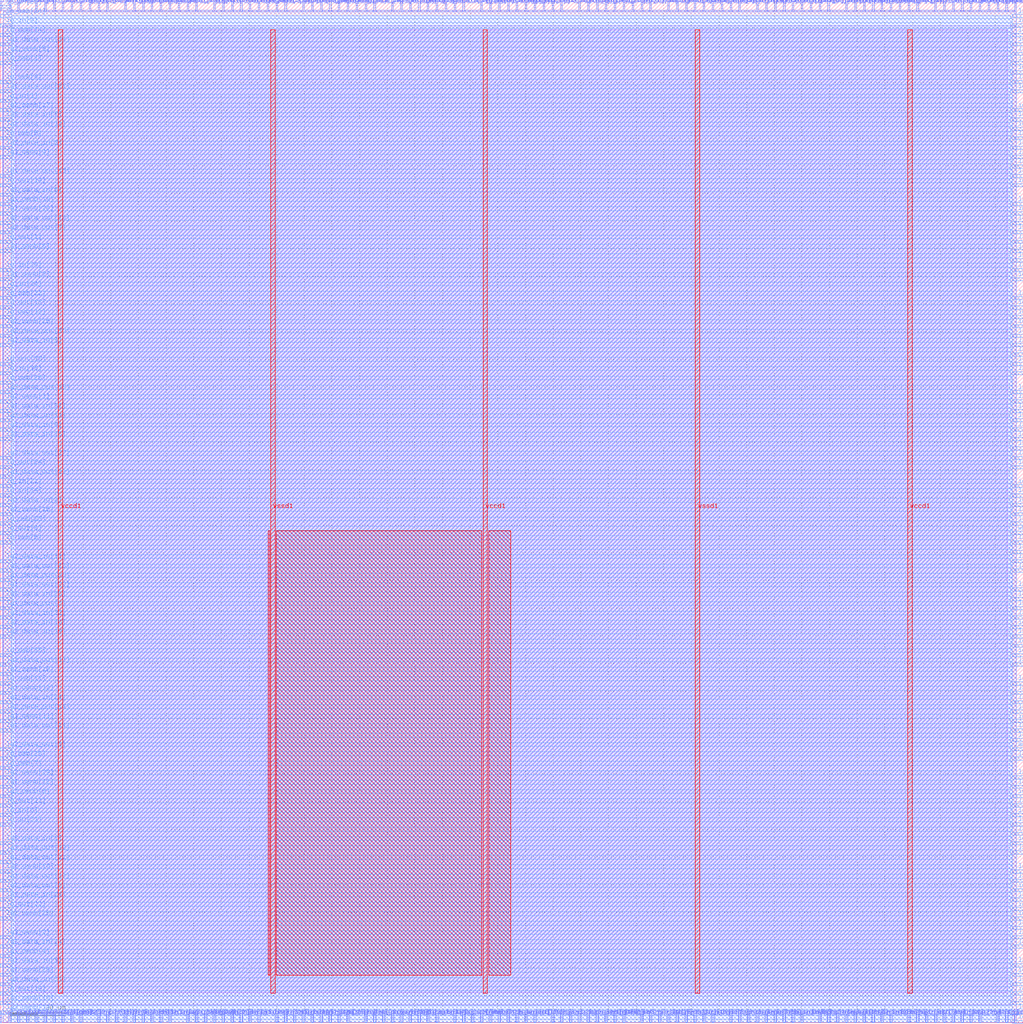
<source format=lef>
VERSION 5.7 ;
  NOWIREEXTENSIONATPIN ON ;
  DIVIDERCHAR "/" ;
  BUSBITCHARS "[]" ;
MACRO wrapped_instrumented_adder_ripple
  CLASS BLOCK ;
  FOREIGN wrapped_instrumented_adder_ripple ;
  ORIGIN 0.000 0.000 ;
  SIZE 370.000 BY 370.000 ;
  PIN active
    DIRECTION INPUT ;
    USE SIGNAL ;
    PORT
      LAYER met3 ;
        RECT 366.000 98.340 370.000 99.540 ;
    END
  END active
  PIN io_in[0]
    DIRECTION INPUT ;
    USE SIGNAL ;
    PORT
      LAYER met3 ;
        RECT 0.000 74.540 4.000 75.740 ;
    END
  END io_in[0]
  PIN io_in[10]
    DIRECTION INPUT ;
    USE SIGNAL ;
    PORT
      LAYER met2 ;
        RECT 363.810 0.000 364.370 4.000 ;
    END
  END io_in[10]
  PIN io_in[11]
    DIRECTION INPUT ;
    USE SIGNAL ;
    PORT
      LAYER met3 ;
        RECT 366.000 292.140 370.000 293.340 ;
    END
  END io_in[11]
  PIN io_in[12]
    DIRECTION INPUT ;
    USE SIGNAL ;
    PORT
      LAYER met3 ;
        RECT 366.000 343.140 370.000 344.340 ;
    END
  END io_in[12]
  PIN io_in[13]
    DIRECTION INPUT ;
    USE SIGNAL ;
    PORT
      LAYER met2 ;
        RECT 235.010 0.000 235.570 4.000 ;
    END
  END io_in[13]
  PIN io_in[14]
    DIRECTION INPUT ;
    USE SIGNAL ;
    PORT
      LAYER met2 ;
        RECT 251.110 0.000 251.670 4.000 ;
    END
  END io_in[14]
  PIN io_in[15]
    DIRECTION INPUT ;
    USE SIGNAL ;
    PORT
      LAYER met2 ;
        RECT 35.370 0.000 35.930 4.000 ;
    END
  END io_in[15]
  PIN io_in[16]
    DIRECTION INPUT ;
    USE SIGNAL ;
    PORT
      LAYER met3 ;
        RECT 366.000 193.540 370.000 194.740 ;
    END
  END io_in[16]
  PIN io_in[17]
    DIRECTION INPUT ;
    USE SIGNAL ;
    PORT
      LAYER met3 ;
        RECT 366.000 329.540 370.000 330.740 ;
    END
  END io_in[17]
  PIN io_in[18]
    DIRECTION INPUT ;
    USE SIGNAL ;
    PORT
      LAYER met2 ;
        RECT 41.810 0.000 42.370 4.000 ;
    END
  END io_in[18]
  PIN io_in[19]
    DIRECTION INPUT ;
    USE SIGNAL ;
    PORT
      LAYER met2 ;
        RECT 141.630 0.000 142.190 4.000 ;
    END
  END io_in[19]
  PIN io_in[1]
    DIRECTION INPUT ;
    USE SIGNAL ;
    PORT
      LAYER met3 ;
        RECT 0.000 332.940 4.000 334.140 ;
    END
  END io_in[1]
  PIN io_in[20]
    DIRECTION INPUT ;
    USE SIGNAL ;
    PORT
      LAYER met2 ;
        RECT 193.150 366.000 193.710 370.000 ;
    END
  END io_in[20]
  PIN io_in[21]
    DIRECTION INPUT ;
    USE SIGNAL ;
    PORT
      LAYER met3 ;
        RECT 0.000 193.540 4.000 194.740 ;
    END
  END io_in[21]
  PIN io_in[22]
    DIRECTION INPUT ;
    USE SIGNAL ;
    PORT
      LAYER met2 ;
        RECT 209.250 366.000 209.810 370.000 ;
    END
  END io_in[22]
  PIN io_in[23]
    DIRECTION INPUT ;
    USE SIGNAL ;
    PORT
      LAYER met2 ;
        RECT 286.530 366.000 287.090 370.000 ;
    END
  END io_in[23]
  PIN io_in[24]
    DIRECTION INPUT ;
    USE SIGNAL ;
    PORT
      LAYER met3 ;
        RECT 0.000 264.940 4.000 266.140 ;
    END
  END io_in[24]
  PIN io_in[25]
    DIRECTION INPUT ;
    USE SIGNAL ;
    PORT
      LAYER met2 ;
        RECT 328.390 366.000 328.950 370.000 ;
    END
  END io_in[25]
  PIN io_in[26]
    DIRECTION INPUT ;
    USE SIGNAL ;
    PORT
      LAYER met3 ;
        RECT 0.000 366.940 4.000 368.140 ;
    END
  END io_in[26]
  PIN io_in[27]
    DIRECTION INPUT ;
    USE SIGNAL ;
    PORT
      LAYER met2 ;
        RECT 254.330 0.000 254.890 4.000 ;
    END
  END io_in[27]
  PIN io_in[28]
    DIRECTION INPUT ;
    USE SIGNAL ;
    PORT
      LAYER met3 ;
        RECT 366.000 360.140 370.000 361.340 ;
    END
  END io_in[28]
  PIN io_in[29]
    DIRECTION INPUT ;
    USE SIGNAL ;
    PORT
      LAYER met3 ;
        RECT 366.000 251.340 370.000 252.540 ;
    END
  END io_in[29]
  PIN io_in[2]
    DIRECTION INPUT ;
    USE SIGNAL ;
    PORT
      LAYER met2 ;
        RECT 238.230 0.000 238.790 4.000 ;
    END
  END io_in[2]
  PIN io_in[30]
    DIRECTION INPUT ;
    USE SIGNAL ;
    PORT
      LAYER met3 ;
        RECT 0.000 271.740 4.000 272.940 ;
    END
  END io_in[30]
  PIN io_in[31]
    DIRECTION INPUT ;
    USE SIGNAL ;
    PORT
      LAYER met3 ;
        RECT 0.000 71.140 4.000 72.340 ;
    END
  END io_in[31]
  PIN io_in[32]
    DIRECTION INPUT ;
    USE SIGNAL ;
    PORT
      LAYER met2 ;
        RECT 119.090 0.000 119.650 4.000 ;
    END
  END io_in[32]
  PIN io_in[33]
    DIRECTION INPUT ;
    USE SIGNAL ;
    PORT
      LAYER met2 ;
        RECT 215.690 366.000 216.250 370.000 ;
    END
  END io_in[33]
  PIN io_in[34]
    DIRECTION INPUT ;
    USE SIGNAL ;
    PORT
      LAYER met3 ;
        RECT 0.000 190.140 4.000 191.340 ;
    END
  END io_in[34]
  PIN io_in[35]
    DIRECTION INPUT ;
    USE SIGNAL ;
    PORT
      LAYER met3 ;
        RECT 366.000 132.340 370.000 133.540 ;
    END
  END io_in[35]
  PIN io_in[36]
    DIRECTION INPUT ;
    USE SIGNAL ;
    PORT
      LAYER met3 ;
        RECT 0.000 234.340 4.000 235.540 ;
    END
  END io_in[36]
  PIN io_in[37]
    DIRECTION INPUT ;
    USE SIGNAL ;
    PORT
      LAYER met2 ;
        RECT 292.970 366.000 293.530 370.000 ;
    END
  END io_in[37]
  PIN io_in[3]
    DIRECTION INPUT ;
    USE SIGNAL ;
    PORT
      LAYER met2 ;
        RECT 189.930 0.000 190.490 4.000 ;
    END
  END io_in[3]
  PIN io_in[4]
    DIRECTION INPUT ;
    USE SIGNAL ;
    PORT
      LAYER met2 ;
        RECT 70.790 366.000 71.350 370.000 ;
    END
  END io_in[4]
  PIN io_in[5]
    DIRECTION INPUT ;
    USE SIGNAL ;
    PORT
      LAYER met2 ;
        RECT 225.350 366.000 225.910 370.000 ;
    END
  END io_in[5]
  PIN io_in[6]
    DIRECTION INPUT ;
    USE SIGNAL ;
    PORT
      LAYER met2 ;
        RECT 228.570 366.000 229.130 370.000 ;
    END
  END io_in[6]
  PIN io_in[7]
    DIRECTION INPUT ;
    USE SIGNAL ;
    PORT
      LAYER met2 ;
        RECT 25.710 366.000 26.270 370.000 ;
    END
  END io_in[7]
  PIN io_in[8]
    DIRECTION INPUT ;
    USE SIGNAL ;
    PORT
      LAYER met3 ;
        RECT 366.000 40.540 370.000 41.740 ;
    END
  END io_in[8]
  PIN io_in[9]
    DIRECTION INPUT ;
    USE SIGNAL ;
    PORT
      LAYER met3 ;
        RECT 0.000 360.140 4.000 361.340 ;
    END
  END io_in[9]
  PIN io_oeb[0]
    DIRECTION INOUT ;
    USE SIGNAL ;
    PORT
      LAYER met2 ;
        RECT 328.390 0.000 328.950 4.000 ;
    END
  END io_oeb[0]
  PIN io_oeb[10]
    DIRECTION INOUT ;
    USE SIGNAL ;
    PORT
      LAYER met3 ;
        RECT 366.000 81.340 370.000 82.540 ;
    END
  END io_oeb[10]
  PIN io_oeb[11]
    DIRECTION INOUT ;
    USE SIGNAL ;
    PORT
      LAYER met3 ;
        RECT 0.000 122.140 4.000 123.340 ;
    END
  END io_oeb[11]
  PIN io_oeb[12]
    DIRECTION INOUT ;
    USE SIGNAL ;
    PORT
      LAYER met3 ;
        RECT 366.000 254.740 370.000 255.940 ;
    END
  END io_oeb[12]
  PIN io_oeb[13]
    DIRECTION INOUT ;
    USE SIGNAL ;
    PORT
      LAYER met2 ;
        RECT 244.670 366.000 245.230 370.000 ;
    END
  END io_oeb[13]
  PIN io_oeb[14]
    DIRECTION INOUT ;
    USE SIGNAL ;
    PORT
      LAYER met3 ;
        RECT 0.000 356.740 4.000 357.940 ;
    END
  END io_oeb[14]
  PIN io_oeb[15]
    DIRECTION INOUT ;
    USE SIGNAL ;
    PORT
      LAYER met2 ;
        RECT 119.090 366.000 119.650 370.000 ;
    END
  END io_oeb[15]
  PIN io_oeb[16]
    DIRECTION INOUT ;
    USE SIGNAL ;
    PORT
      LAYER met2 ;
        RECT 289.750 0.000 290.310 4.000 ;
    END
  END io_oeb[16]
  PIN io_oeb[17]
    DIRECTION INOUT ;
    USE SIGNAL ;
    PORT
      LAYER met3 ;
        RECT 366.000 302.340 370.000 303.540 ;
    END
  END io_oeb[17]
  PIN io_oeb[18]
    DIRECTION INOUT ;
    USE SIGNAL ;
    PORT
      LAYER met2 ;
        RECT 51.470 366.000 52.030 370.000 ;
    END
  END io_oeb[18]
  PIN io_oeb[19]
    DIRECTION INOUT ;
    USE SIGNAL ;
    PORT
      LAYER met3 ;
        RECT 0.000 254.740 4.000 255.940 ;
    END
  END io_oeb[19]
  PIN io_oeb[1]
    DIRECTION INOUT ;
    USE SIGNAL ;
    PORT
      LAYER met3 ;
        RECT 0.000 346.540 4.000 347.740 ;
    END
  END io_oeb[1]
  PIN io_oeb[20]
    DIRECTION INOUT ;
    USE SIGNAL ;
    PORT
      LAYER met3 ;
        RECT 366.000 47.340 370.000 48.540 ;
    END
  END io_oeb[20]
  PIN io_oeb[21]
    DIRECTION INOUT ;
    USE SIGNAL ;
    PORT
      LAYER met2 ;
        RECT 173.830 0.000 174.390 4.000 ;
    END
  END io_oeb[21]
  PIN io_oeb[22]
    DIRECTION INOUT ;
    USE SIGNAL ;
    PORT
      LAYER met2 ;
        RECT 3.170 366.000 3.730 370.000 ;
    END
  END io_oeb[22]
  PIN io_oeb[23]
    DIRECTION INOUT ;
    USE SIGNAL ;
    PORT
      LAYER met3 ;
        RECT 366.000 9.940 370.000 11.140 ;
    END
  END io_oeb[23]
  PIN io_oeb[24]
    DIRECTION INOUT ;
    USE SIGNAL ;
    PORT
      LAYER met3 ;
        RECT 0.000 363.540 4.000 364.740 ;
    END
  END io_oeb[24]
  PIN io_oeb[25]
    DIRECTION INOUT ;
    USE SIGNAL ;
    PORT
      LAYER met3 ;
        RECT 0.000 94.940 4.000 96.140 ;
    END
  END io_oeb[25]
  PIN io_oeb[26]
    DIRECTION INOUT ;
    USE SIGNAL ;
    PORT
      LAYER met3 ;
        RECT 0.000 230.940 4.000 232.140 ;
    END
  END io_oeb[26]
  PIN io_oeb[27]
    DIRECTION INOUT ;
    USE SIGNAL ;
    PORT
      LAYER met3 ;
        RECT 366.000 135.740 370.000 136.940 ;
    END
  END io_oeb[27]
  PIN io_oeb[28]
    DIRECTION INOUT ;
    USE SIGNAL ;
    PORT
      LAYER met3 ;
        RECT 0.000 179.940 4.000 181.140 ;
    END
  END io_oeb[28]
  PIN io_oeb[29]
    DIRECTION INOUT ;
    USE SIGNAL ;
    PORT
      LAYER met2 ;
        RECT 222.130 0.000 222.690 4.000 ;
    END
  END io_oeb[29]
  PIN io_oeb[2]
    DIRECTION INOUT ;
    USE SIGNAL ;
    PORT
      LAYER met2 ;
        RECT 321.950 366.000 322.510 370.000 ;
    END
  END io_oeb[2]
  PIN io_oeb[30]
    DIRECTION INOUT ;
    USE SIGNAL ;
    PORT
      LAYER met3 ;
        RECT 366.000 142.540 370.000 143.740 ;
    END
  END io_oeb[30]
  PIN io_oeb[31]
    DIRECTION INOUT ;
    USE SIGNAL ;
    PORT
      LAYER met2 ;
        RECT 341.270 0.000 341.830 4.000 ;
    END
  END io_oeb[31]
  PIN io_oeb[32]
    DIRECTION INOUT ;
    USE SIGNAL ;
    PORT
      LAYER met2 ;
        RECT 218.910 366.000 219.470 370.000 ;
    END
  END io_oeb[32]
  PIN io_oeb[33]
    DIRECTION INOUT ;
    USE SIGNAL ;
    PORT
      LAYER met3 ;
        RECT 0.000 261.540 4.000 262.740 ;
    END
  END io_oeb[33]
  PIN io_oeb[34]
    DIRECTION INOUT ;
    USE SIGNAL ;
    PORT
      LAYER met2 ;
        RECT 212.470 366.000 213.030 370.000 ;
    END
  END io_oeb[34]
  PIN io_oeb[35]
    DIRECTION INOUT ;
    USE SIGNAL ;
    PORT
      LAYER met3 ;
        RECT 0.000 132.340 4.000 133.540 ;
    END
  END io_oeb[35]
  PIN io_oeb[36]
    DIRECTION INOUT ;
    USE SIGNAL ;
    PORT
      LAYER met3 ;
        RECT 366.000 336.340 370.000 337.540 ;
    END
  END io_oeb[36]
  PIN io_oeb[37]
    DIRECTION INOUT ;
    USE SIGNAL ;
    PORT
      LAYER met2 ;
        RECT 64.350 366.000 64.910 370.000 ;
    END
  END io_oeb[37]
  PIN io_oeb[3]
    DIRECTION INOUT ;
    USE SIGNAL ;
    PORT
      LAYER met3 ;
        RECT 366.000 -0.260 370.000 0.940 ;
    END
  END io_oeb[3]
  PIN io_oeb[4]
    DIRECTION INOUT ;
    USE SIGNAL ;
    PORT
      LAYER met3 ;
        RECT 0.000 339.740 4.000 340.940 ;
    END
  END io_oeb[4]
  PIN io_oeb[5]
    DIRECTION INOUT ;
    USE SIGNAL ;
    PORT
      LAYER met3 ;
        RECT 0.000 319.340 4.000 320.540 ;
    END
  END io_oeb[5]
  PIN io_oeb[6]
    DIRECTION INOUT ;
    USE SIGNAL ;
    PORT
      LAYER met3 ;
        RECT 0.000 173.140 4.000 174.340 ;
    END
  END io_oeb[6]
  PIN io_oeb[7]
    DIRECTION INOUT ;
    USE SIGNAL ;
    PORT
      LAYER met3 ;
        RECT 0.000 91.540 4.000 92.740 ;
    END
  END io_oeb[7]
  PIN io_oeb[8]
    DIRECTION INOUT ;
    USE SIGNAL ;
    PORT
      LAYER met2 ;
        RECT 151.290 366.000 151.850 370.000 ;
    END
  END io_oeb[8]
  PIN io_oeb[9]
    DIRECTION INOUT ;
    USE SIGNAL ;
    PORT
      LAYER met2 ;
        RECT 302.630 0.000 303.190 4.000 ;
    END
  END io_oeb[9]
  PIN io_out[0]
    DIRECTION INOUT ;
    USE SIGNAL ;
    PORT
      LAYER met2 ;
        RECT 360.590 366.000 361.150 370.000 ;
    END
  END io_out[0]
  PIN io_out[10]
    DIRECTION INOUT ;
    USE SIGNAL ;
    PORT
      LAYER met3 ;
        RECT 366.000 258.140 370.000 259.340 ;
    END
  END io_out[10]
  PIN io_out[11]
    DIRECTION INOUT ;
    USE SIGNAL ;
    PORT
      LAYER met2 ;
        RECT 12.830 366.000 13.390 370.000 ;
    END
  END io_out[11]
  PIN io_out[12]
    DIRECTION INOUT ;
    USE SIGNAL ;
    PORT
      LAYER met2 ;
        RECT 235.010 366.000 235.570 370.000 ;
    END
  END io_out[12]
  PIN io_out[13]
    DIRECTION INOUT ;
    USE SIGNAL ;
    PORT
      LAYER met3 ;
        RECT 0.000 258.140 4.000 259.340 ;
    END
  END io_out[13]
  PIN io_out[14]
    DIRECTION INOUT ;
    USE SIGNAL ;
    PORT
      LAYER met3 ;
        RECT 0.000 302.340 4.000 303.540 ;
    END
  END io_out[14]
  PIN io_out[15]
    DIRECTION INOUT ;
    USE SIGNAL ;
    PORT
      LAYER met3 ;
        RECT 366.000 353.340 370.000 354.540 ;
    END
  END io_out[15]
  PIN io_out[16]
    DIRECTION INOUT ;
    USE SIGNAL ;
    PORT
      LAYER met2 ;
        RECT 54.690 366.000 55.250 370.000 ;
    END
  END io_out[16]
  PIN io_out[17]
    DIRECTION INOUT ;
    USE SIGNAL ;
    PORT
      LAYER met2 ;
        RECT 189.930 366.000 190.490 370.000 ;
    END
  END io_out[17]
  PIN io_out[18]
    DIRECTION INOUT ;
    USE SIGNAL ;
    PORT
      LAYER met3 ;
        RECT 0.000 9.940 4.000 11.140 ;
    END
  END io_out[18]
  PIN io_out[19]
    DIRECTION INOUT ;
    USE SIGNAL ;
    PORT
      LAYER met2 ;
        RECT 70.790 0.000 71.350 4.000 ;
    END
  END io_out[19]
  PIN io_out[1]
    DIRECTION INOUT ;
    USE SIGNAL ;
    PORT
      LAYER met3 ;
        RECT 0.000 281.940 4.000 283.140 ;
    END
  END io_out[1]
  PIN io_out[20]
    DIRECTION INOUT ;
    USE SIGNAL ;
    PORT
      LAYER met3 ;
        RECT 366.000 186.740 370.000 187.940 ;
    END
  END io_out[20]
  PIN io_out[21]
    DIRECTION INOUT ;
    USE SIGNAL ;
    PORT
      LAYER met3 ;
        RECT 0.000 77.940 4.000 79.140 ;
    END
  END io_out[21]
  PIN io_out[22]
    DIRECTION INOUT ;
    USE SIGNAL ;
    PORT
      LAYER met3 ;
        RECT 0.000 40.540 4.000 41.740 ;
    END
  END io_out[22]
  PIN io_out[23]
    DIRECTION INOUT ;
    USE SIGNAL ;
    PORT
      LAYER met3 ;
        RECT 366.000 16.740 370.000 17.940 ;
    END
  END io_out[23]
  PIN io_out[24]
    DIRECTION INOUT ;
    USE SIGNAL ;
    PORT
      LAYER met3 ;
        RECT 0.000 200.340 4.000 201.540 ;
    END
  END io_out[24]
  PIN io_out[25]
    DIRECTION INOUT ;
    USE SIGNAL ;
    PORT
      LAYER met2 ;
        RECT 347.710 0.000 348.270 4.000 ;
    END
  END io_out[25]
  PIN io_out[26]
    DIRECTION INOUT ;
    USE SIGNAL ;
    PORT
      LAYER met3 ;
        RECT 366.000 322.740 370.000 323.940 ;
    END
  END io_out[26]
  PIN io_out[27]
    DIRECTION INOUT ;
    USE SIGNAL ;
    PORT
      LAYER met3 ;
        RECT 366.000 108.540 370.000 109.740 ;
    END
  END io_out[27]
  PIN io_out[28]
    DIRECTION INOUT ;
    USE SIGNAL ;
    PORT
      LAYER met2 ;
        RECT 167.390 0.000 167.950 4.000 ;
    END
  END io_out[28]
  PIN io_out[29]
    DIRECTION INOUT ;
    USE SIGNAL ;
    PORT
      LAYER met2 ;
        RECT 19.270 366.000 19.830 370.000 ;
    END
  END io_out[29]
  PIN io_out[2]
    DIRECTION INOUT ;
    USE SIGNAL ;
    PORT
      LAYER met2 ;
        RECT 186.710 366.000 187.270 370.000 ;
    END
  END io_out[2]
  PIN io_out[30]
    DIRECTION INOUT ;
    USE SIGNAL ;
    PORT
      LAYER met3 ;
        RECT 366.000 268.340 370.000 269.540 ;
    END
  END io_out[30]
  PIN io_out[31]
    DIRECTION INOUT ;
    USE SIGNAL ;
    PORT
      LAYER met2 ;
        RECT 273.650 366.000 274.210 370.000 ;
    END
  END io_out[31]
  PIN io_out[32]
    DIRECTION INOUT ;
    USE SIGNAL ;
    PORT
      LAYER met3 ;
        RECT 0.000 237.740 4.000 238.940 ;
    END
  END io_out[32]
  PIN io_out[33]
    DIRECTION INOUT ;
    USE SIGNAL ;
    PORT
      LAYER met2 ;
        RECT 334.830 0.000 335.390 4.000 ;
    END
  END io_out[33]
  PIN io_out[34]
    DIRECTION INOUT ;
    USE SIGNAL ;
    PORT
      LAYER met2 ;
        RECT 125.530 0.000 126.090 4.000 ;
    END
  END io_out[34]
  PIN io_out[35]
    DIRECTION INOUT ;
    USE SIGNAL ;
    PORT
      LAYER met2 ;
        RECT 96.550 366.000 97.110 370.000 ;
    END
  END io_out[35]
  PIN io_out[36]
    DIRECTION INOUT ;
    USE SIGNAL ;
    PORT
      LAYER met2 ;
        RECT 167.390 366.000 167.950 370.000 ;
    END
  END io_out[36]
  PIN io_out[37]
    DIRECTION INOUT ;
    USE SIGNAL ;
    PORT
      LAYER met2 ;
        RECT 350.930 366.000 351.490 370.000 ;
    END
  END io_out[37]
  PIN io_out[3]
    DIRECTION INOUT ;
    USE SIGNAL ;
    PORT
      LAYER met2 ;
        RECT 131.970 366.000 132.530 370.000 ;
    END
  END io_out[3]
  PIN io_out[4]
    DIRECTION INOUT ;
    USE SIGNAL ;
    PORT
      LAYER met2 ;
        RECT 6.390 366.000 6.950 370.000 ;
    END
  END io_out[4]
  PIN io_out[5]
    DIRECTION INOUT ;
    USE SIGNAL ;
    PORT
      LAYER met2 ;
        RECT 77.230 366.000 77.790 370.000 ;
    END
  END io_out[5]
  PIN io_out[6]
    DIRECTION INOUT ;
    USE SIGNAL ;
    PORT
      LAYER met3 ;
        RECT 0.000 176.540 4.000 177.740 ;
    END
  END io_out[6]
  PIN io_out[7]
    DIRECTION INOUT ;
    USE SIGNAL ;
    PORT
      LAYER met3 ;
        RECT 366.000 64.340 370.000 65.540 ;
    END
  END io_out[7]
  PIN io_out[8]
    DIRECTION INOUT ;
    USE SIGNAL ;
    PORT
      LAYER met2 ;
        RECT 28.930 366.000 29.490 370.000 ;
    END
  END io_out[8]
  PIN io_out[9]
    DIRECTION INOUT ;
    USE SIGNAL ;
    PORT
      LAYER met3 ;
        RECT 366.000 37.140 370.000 38.340 ;
    END
  END io_out[9]
  PIN la1_data_in[0]
    DIRECTION INPUT ;
    USE SIGNAL ;
    PORT
      LAYER met2 ;
        RECT 202.810 366.000 203.370 370.000 ;
    END
  END la1_data_in[0]
  PIN la1_data_in[10]
    DIRECTION INPUT ;
    USE SIGNAL ;
    PORT
      LAYER met2 ;
        RECT 16.050 366.000 16.610 370.000 ;
    END
  END la1_data_in[10]
  PIN la1_data_in[11]
    DIRECTION INPUT ;
    USE SIGNAL ;
    PORT
      LAYER met2 ;
        RECT 93.330 366.000 93.890 370.000 ;
    END
  END la1_data_in[11]
  PIN la1_data_in[12]
    DIRECTION INPUT ;
    USE SIGNAL ;
    PORT
      LAYER met3 ;
        RECT 366.000 60.940 370.000 62.140 ;
    END
  END la1_data_in[12]
  PIN la1_data_in[13]
    DIRECTION INPUT ;
    USE SIGNAL ;
    PORT
      LAYER met2 ;
        RECT 209.250 0.000 209.810 4.000 ;
    END
  END la1_data_in[13]
  PIN la1_data_in[14]
    DIRECTION INPUT ;
    USE SIGNAL ;
    PORT
      LAYER met2 ;
        RECT 299.410 0.000 299.970 4.000 ;
    END
  END la1_data_in[14]
  PIN la1_data_in[15]
    DIRECTION INPUT ;
    USE SIGNAL ;
    PORT
      LAYER met3 ;
        RECT 366.000 77.940 370.000 79.140 ;
    END
  END la1_data_in[15]
  PIN la1_data_in[16]
    DIRECTION INPUT ;
    USE SIGNAL ;
    PORT
      LAYER met2 ;
        RECT 106.210 0.000 106.770 4.000 ;
    END
  END la1_data_in[16]
  PIN la1_data_in[17]
    DIRECTION INPUT ;
    USE SIGNAL ;
    PORT
      LAYER met3 ;
        RECT 366.000 54.140 370.000 55.340 ;
    END
  END la1_data_in[17]
  PIN la1_data_in[18]
    DIRECTION INPUT ;
    USE SIGNAL ;
    PORT
      LAYER met3 ;
        RECT 366.000 139.140 370.000 140.340 ;
    END
  END la1_data_in[18]
  PIN la1_data_in[19]
    DIRECTION INPUT ;
    USE SIGNAL ;
    PORT
      LAYER met2 ;
        RECT 315.510 366.000 316.070 370.000 ;
    END
  END la1_data_in[19]
  PIN la1_data_in[1]
    DIRECTION INPUT ;
    USE SIGNAL ;
    PORT
      LAYER met2 ;
        RECT 331.610 366.000 332.170 370.000 ;
    END
  END la1_data_in[1]
  PIN la1_data_in[20]
    DIRECTION INPUT ;
    USE SIGNAL ;
    PORT
      LAYER met3 ;
        RECT 366.000 346.540 370.000 347.740 ;
    END
  END la1_data_in[20]
  PIN la1_data_in[21]
    DIRECTION INPUT ;
    USE SIGNAL ;
    PORT
      LAYER met3 ;
        RECT 366.000 309.140 370.000 310.340 ;
    END
  END la1_data_in[21]
  PIN la1_data_in[22]
    DIRECTION INPUT ;
    USE SIGNAL ;
    PORT
      LAYER met2 ;
        RECT 321.950 0.000 322.510 4.000 ;
    END
  END la1_data_in[22]
  PIN la1_data_in[23]
    DIRECTION INPUT ;
    USE SIGNAL ;
    PORT
      LAYER met2 ;
        RECT 251.110 366.000 251.670 370.000 ;
    END
  END la1_data_in[23]
  PIN la1_data_in[24]
    DIRECTION INPUT ;
    USE SIGNAL ;
    PORT
      LAYER met3 ;
        RECT 0.000 115.340 4.000 116.540 ;
    END
  END la1_data_in[24]
  PIN la1_data_in[25]
    DIRECTION INPUT ;
    USE SIGNAL ;
    PORT
      LAYER met2 ;
        RECT 280.090 366.000 280.650 370.000 ;
    END
  END la1_data_in[25]
  PIN la1_data_in[26]
    DIRECTION INPUT ;
    USE SIGNAL ;
    PORT
      LAYER met2 ;
        RECT 305.850 366.000 306.410 370.000 ;
    END
  END la1_data_in[26]
  PIN la1_data_in[27]
    DIRECTION INPUT ;
    USE SIGNAL ;
    PORT
      LAYER met2 ;
        RECT 357.370 366.000 357.930 370.000 ;
    END
  END la1_data_in[27]
  PIN la1_data_in[28]
    DIRECTION INPUT ;
    USE SIGNAL ;
    PORT
      LAYER met3 ;
        RECT 366.000 363.540 370.000 364.740 ;
    END
  END la1_data_in[28]
  PIN la1_data_in[29]
    DIRECTION INPUT ;
    USE SIGNAL ;
    PORT
      LAYER met2 ;
        RECT 115.870 0.000 116.430 4.000 ;
    END
  END la1_data_in[29]
  PIN la1_data_in[2]
    DIRECTION INPUT ;
    USE SIGNAL ;
    PORT
      LAYER met2 ;
        RECT 164.170 0.000 164.730 4.000 ;
    END
  END la1_data_in[2]
  PIN la1_data_in[30]
    DIRECTION INPUT ;
    USE SIGNAL ;
    PORT
      LAYER met3 ;
        RECT 366.000 247.940 370.000 249.140 ;
    END
  END la1_data_in[30]
  PIN la1_data_in[31]
    DIRECTION INPUT ;
    USE SIGNAL ;
    PORT
      LAYER met3 ;
        RECT 0.000 220.740 4.000 221.940 ;
    END
  END la1_data_in[31]
  PIN la1_data_in[3]
    DIRECTION INPUT ;
    USE SIGNAL ;
    PORT
      LAYER met3 ;
        RECT 0.000 20.140 4.000 21.340 ;
    END
  END la1_data_in[3]
  PIN la1_data_in[4]
    DIRECTION INPUT ;
    USE SIGNAL ;
    PORT
      LAYER met2 ;
        RECT 263.990 366.000 264.550 370.000 ;
    END
  END la1_data_in[4]
  PIN la1_data_in[5]
    DIRECTION INPUT ;
    USE SIGNAL ;
    PORT
      LAYER met2 ;
        RECT 244.670 0.000 245.230 4.000 ;
    END
  END la1_data_in[5]
  PIN la1_data_in[6]
    DIRECTION INPUT ;
    USE SIGNAL ;
    PORT
      LAYER met2 ;
        RECT 212.470 0.000 213.030 4.000 ;
    END
  END la1_data_in[6]
  PIN la1_data_in[7]
    DIRECTION INPUT ;
    USE SIGNAL ;
    PORT
      LAYER met2 ;
        RECT 67.570 366.000 68.130 370.000 ;
    END
  END la1_data_in[7]
  PIN la1_data_in[8]
    DIRECTION INPUT ;
    USE SIGNAL ;
    PORT
      LAYER met2 ;
        RECT 263.990 0.000 264.550 4.000 ;
    END
  END la1_data_in[8]
  PIN la1_data_in[9]
    DIRECTION INPUT ;
    USE SIGNAL ;
    PORT
      LAYER met2 ;
        RECT 83.670 0.000 84.230 4.000 ;
    END
  END la1_data_in[9]
  PIN la1_data_out[0]
    DIRECTION INOUT ;
    USE SIGNAL ;
    PORT
      LAYER met2 ;
        RECT 164.170 366.000 164.730 370.000 ;
    END
  END la1_data_out[0]
  PIN la1_data_out[10]
    DIRECTION INOUT ;
    USE SIGNAL ;
    PORT
      LAYER met2 ;
        RECT 157.730 0.000 158.290 4.000 ;
    END
  END la1_data_out[10]
  PIN la1_data_out[11]
    DIRECTION INOUT ;
    USE SIGNAL ;
    PORT
      LAYER met3 ;
        RECT 0.000 57.540 4.000 58.740 ;
    END
  END la1_data_out[11]
  PIN la1_data_out[12]
    DIRECTION INOUT ;
    USE SIGNAL ;
    PORT
      LAYER met3 ;
        RECT 366.000 224.140 370.000 225.340 ;
    END
  END la1_data_out[12]
  PIN la1_data_out[13]
    DIRECTION INOUT ;
    USE SIGNAL ;
    PORT
      LAYER met3 ;
        RECT 366.000 74.540 370.000 75.740 ;
    END
  END la1_data_out[13]
  PIN la1_data_out[14]
    DIRECTION INOUT ;
    USE SIGNAL ;
    PORT
      LAYER met3 ;
        RECT 0.000 105.140 4.000 106.340 ;
    END
  END la1_data_out[14]
  PIN la1_data_out[15]
    DIRECTION INOUT ;
    USE SIGNAL ;
    PORT
      LAYER met2 ;
        RECT 231.790 0.000 232.350 4.000 ;
    END
  END la1_data_out[15]
  PIN la1_data_out[16]
    DIRECTION INOUT ;
    USE SIGNAL ;
    PORT
      LAYER met3 ;
        RECT 0.000 305.740 4.000 306.940 ;
    END
  END la1_data_out[16]
  PIN la1_data_out[17]
    DIRECTION INOUT ;
    USE SIGNAL ;
    PORT
      LAYER met2 ;
        RECT 122.310 0.000 122.870 4.000 ;
    END
  END la1_data_out[17]
  PIN la1_data_out[18]
    DIRECTION INOUT ;
    USE SIGNAL ;
    PORT
      LAYER met2 ;
        RECT 148.070 0.000 148.630 4.000 ;
    END
  END la1_data_out[18]
  PIN la1_data_out[19]
    DIRECTION INOUT ;
    USE SIGNAL ;
    PORT
      LAYER met2 ;
        RECT 57.910 0.000 58.470 4.000 ;
    END
  END la1_data_out[19]
  PIN la1_data_out[1]
    DIRECTION INOUT ;
    USE SIGNAL ;
    PORT
      LAYER met3 ;
        RECT 366.000 149.340 370.000 150.540 ;
    END
  END la1_data_out[1]
  PIN la1_data_out[20]
    DIRECTION INOUT ;
    USE SIGNAL ;
    PORT
      LAYER met3 ;
        RECT 0.000 159.540 4.000 160.740 ;
    END
  END la1_data_out[20]
  PIN la1_data_out[21]
    DIRECTION INOUT ;
    USE SIGNAL ;
    PORT
      LAYER met3 ;
        RECT 0.000 336.340 4.000 337.540 ;
    END
  END la1_data_out[21]
  PIN la1_data_out[22]
    DIRECTION INOUT ;
    USE SIGNAL ;
    PORT
      LAYER met3 ;
        RECT 0.000 156.140 4.000 157.340 ;
    END
  END la1_data_out[22]
  PIN la1_data_out[23]
    DIRECTION INOUT ;
    USE SIGNAL ;
    PORT
      LAYER met2 ;
        RECT 102.990 366.000 103.550 370.000 ;
    END
  END la1_data_out[23]
  PIN la1_data_out[24]
    DIRECTION INOUT ;
    USE SIGNAL ;
    PORT
      LAYER met3 ;
        RECT 0.000 353.340 4.000 354.540 ;
    END
  END la1_data_out[24]
  PIN la1_data_out[25]
    DIRECTION INOUT ;
    USE SIGNAL ;
    PORT
      LAYER met3 ;
        RECT 366.000 295.540 370.000 296.740 ;
    END
  END la1_data_out[25]
  PIN la1_data_out[26]
    DIRECTION INOUT ;
    USE SIGNAL ;
    PORT
      LAYER met2 ;
        RECT 344.490 366.000 345.050 370.000 ;
    END
  END la1_data_out[26]
  PIN la1_data_out[27]
    DIRECTION INOUT ;
    USE SIGNAL ;
    PORT
      LAYER met3 ;
        RECT 366.000 162.940 370.000 164.140 ;
    END
  END la1_data_out[27]
  PIN la1_data_out[28]
    DIRECTION INOUT ;
    USE SIGNAL ;
    PORT
      LAYER met2 ;
        RECT 222.130 366.000 222.690 370.000 ;
    END
  END la1_data_out[28]
  PIN la1_data_out[29]
    DIRECTION INOUT ;
    USE SIGNAL ;
    PORT
      LAYER met3 ;
        RECT 0.000 196.940 4.000 198.140 ;
    END
  END la1_data_out[29]
  PIN la1_data_out[2]
    DIRECTION INOUT ;
    USE SIGNAL ;
    PORT
      LAYER met2 ;
        RECT 109.430 0.000 109.990 4.000 ;
    END
  END la1_data_out[2]
  PIN la1_data_out[30]
    DIRECTION INOUT ;
    USE SIGNAL ;
    PORT
      LAYER met2 ;
        RECT 131.970 0.000 132.530 4.000 ;
    END
  END la1_data_out[30]
  PIN la1_data_out[31]
    DIRECTION INOUT ;
    USE SIGNAL ;
    PORT
      LAYER met3 ;
        RECT 366.000 128.940 370.000 130.140 ;
    END
  END la1_data_out[31]
  PIN la1_data_out[3]
    DIRECTION INOUT ;
    USE SIGNAL ;
    PORT
      LAYER met3 ;
        RECT 0.000 149.340 4.000 150.540 ;
    END
  END la1_data_out[3]
  PIN la1_data_out[4]
    DIRECTION INOUT ;
    USE SIGNAL ;
    PORT
      LAYER met2 ;
        RECT 90.110 366.000 90.670 370.000 ;
    END
  END la1_data_out[4]
  PIN la1_data_out[5]
    DIRECTION INOUT ;
    USE SIGNAL ;
    PORT
      LAYER met2 ;
        RECT 199.590 366.000 200.150 370.000 ;
    END
  END la1_data_out[5]
  PIN la1_data_out[6]
    DIRECTION INOUT ;
    USE SIGNAL ;
    PORT
      LAYER met3 ;
        RECT 366.000 278.540 370.000 279.740 ;
    END
  END la1_data_out[6]
  PIN la1_data_out[7]
    DIRECTION INOUT ;
    USE SIGNAL ;
    PORT
      LAYER met2 ;
        RECT 157.730 366.000 158.290 370.000 ;
    END
  END la1_data_out[7]
  PIN la1_data_out[8]
    DIRECTION INOUT ;
    USE SIGNAL ;
    PORT
      LAYER met3 ;
        RECT 366.000 319.340 370.000 320.540 ;
    END
  END la1_data_out[8]
  PIN la1_data_out[9]
    DIRECTION INOUT ;
    USE SIGNAL ;
    PORT
      LAYER met3 ;
        RECT 366.000 26.940 370.000 28.140 ;
    END
  END la1_data_out[9]
  PIN la1_oenb[0]
    DIRECTION INPUT ;
    USE SIGNAL ;
    PORT
      LAYER met2 ;
        RECT 309.070 366.000 309.630 370.000 ;
    END
  END la1_oenb[0]
  PIN la1_oenb[10]
    DIRECTION INPUT ;
    USE SIGNAL ;
    PORT
      LAYER met3 ;
        RECT 0.000 6.540 4.000 7.740 ;
    END
  END la1_oenb[10]
  PIN la1_oenb[11]
    DIRECTION INPUT ;
    USE SIGNAL ;
    PORT
      LAYER met2 ;
        RECT 102.990 0.000 103.550 4.000 ;
    END
  END la1_oenb[11]
  PIN la1_oenb[12]
    DIRECTION INPUT ;
    USE SIGNAL ;
    PORT
      LAYER met3 ;
        RECT 0.000 84.740 4.000 85.940 ;
    END
  END la1_oenb[12]
  PIN la1_oenb[13]
    DIRECTION INPUT ;
    USE SIGNAL ;
    PORT
      LAYER met2 ;
        RECT 186.710 0.000 187.270 4.000 ;
    END
  END la1_oenb[13]
  PIN la1_oenb[14]
    DIRECTION INPUT ;
    USE SIGNAL ;
    PORT
      LAYER met2 ;
        RECT 83.670 366.000 84.230 370.000 ;
    END
  END la1_oenb[14]
  PIN la1_oenb[15]
    DIRECTION INPUT ;
    USE SIGNAL ;
    PORT
      LAYER met2 ;
        RECT 48.250 0.000 48.810 4.000 ;
    END
  END la1_oenb[15]
  PIN la1_oenb[16]
    DIRECTION INPUT ;
    USE SIGNAL ;
    PORT
      LAYER met2 ;
        RECT 35.370 366.000 35.930 370.000 ;
    END
  END la1_oenb[16]
  PIN la1_oenb[17]
    DIRECTION INPUT ;
    USE SIGNAL ;
    PORT
      LAYER met2 ;
        RECT 151.290 0.000 151.850 4.000 ;
    END
  END la1_oenb[17]
  PIN la1_oenb[18]
    DIRECTION INPUT ;
    USE SIGNAL ;
    PORT
      LAYER met2 ;
        RECT 45.030 366.000 45.590 370.000 ;
    END
  END la1_oenb[18]
  PIN la1_oenb[19]
    DIRECTION INPUT ;
    USE SIGNAL ;
    PORT
      LAYER met3 ;
        RECT 0.000 295.540 4.000 296.740 ;
    END
  END la1_oenb[19]
  PIN la1_oenb[1]
    DIRECTION INPUT ;
    USE SIGNAL ;
    PORT
      LAYER met2 ;
        RECT 144.850 366.000 145.410 370.000 ;
    END
  END la1_oenb[1]
  PIN la1_oenb[20]
    DIRECTION INPUT ;
    USE SIGNAL ;
    PORT
      LAYER met3 ;
        RECT 0.000 292.140 4.000 293.340 ;
    END
  END la1_oenb[20]
  PIN la1_oenb[21]
    DIRECTION INPUT ;
    USE SIGNAL ;
    PORT
      LAYER met3 ;
        RECT 366.000 43.940 370.000 45.140 ;
    END
  END la1_oenb[21]
  PIN la1_oenb[22]
    DIRECTION INPUT ;
    USE SIGNAL ;
    PORT
      LAYER met2 ;
        RECT 170.610 0.000 171.170 4.000 ;
    END
  END la1_oenb[22]
  PIN la1_oenb[23]
    DIRECTION INPUT ;
    USE SIGNAL ;
    PORT
      LAYER met2 ;
        RECT 93.330 0.000 93.890 4.000 ;
    END
  END la1_oenb[23]
  PIN la1_oenb[24]
    DIRECTION INPUT ;
    USE SIGNAL ;
    PORT
      LAYER met3 ;
        RECT 366.000 275.140 370.000 276.340 ;
    END
  END la1_oenb[24]
  PIN la1_oenb[25]
    DIRECTION INPUT ;
    USE SIGNAL ;
    PORT
      LAYER met3 ;
        RECT 366.000 122.140 370.000 123.340 ;
    END
  END la1_oenb[25]
  PIN la1_oenb[26]
    DIRECTION INPUT ;
    USE SIGNAL ;
    PORT
      LAYER met2 ;
        RECT 354.150 0.000 354.710 4.000 ;
    END
  END la1_oenb[26]
  PIN la1_oenb[27]
    DIRECTION INPUT ;
    USE SIGNAL ;
    PORT
      LAYER met2 ;
        RECT 148.070 366.000 148.630 370.000 ;
    END
  END la1_oenb[27]
  PIN la1_oenb[28]
    DIRECTION INPUT ;
    USE SIGNAL ;
    PORT
      LAYER met2 ;
        RECT 276.870 366.000 277.430 370.000 ;
    END
  END la1_oenb[28]
  PIN la1_oenb[29]
    DIRECTION INPUT ;
    USE SIGNAL ;
    PORT
      LAYER met3 ;
        RECT 0.000 16.740 4.000 17.940 ;
    END
  END la1_oenb[29]
  PIN la1_oenb[2]
    DIRECTION INPUT ;
    USE SIGNAL ;
    PORT
      LAYER met3 ;
        RECT 0.000 268.340 4.000 269.540 ;
    END
  END la1_oenb[2]
  PIN la1_oenb[30]
    DIRECTION INPUT ;
    USE SIGNAL ;
    PORT
      LAYER met2 ;
        RECT 183.490 366.000 184.050 370.000 ;
    END
  END la1_oenb[30]
  PIN la1_oenb[31]
    DIRECTION INPUT ;
    USE SIGNAL ;
    PORT
      LAYER met2 ;
        RECT 19.270 0.000 19.830 4.000 ;
    END
  END la1_oenb[31]
  PIN la1_oenb[3]
    DIRECTION INPUT ;
    USE SIGNAL ;
    PORT
      LAYER met2 ;
        RECT 144.850 0.000 145.410 4.000 ;
    END
  END la1_oenb[3]
  PIN la1_oenb[4]
    DIRECTION INPUT ;
    USE SIGNAL ;
    PORT
      LAYER met3 ;
        RECT 0.000 23.540 4.000 24.740 ;
    END
  END la1_oenb[4]
  PIN la1_oenb[5]
    DIRECTION INPUT ;
    USE SIGNAL ;
    PORT
      LAYER met2 ;
        RECT 318.730 0.000 319.290 4.000 ;
    END
  END la1_oenb[5]
  PIN la1_oenb[6]
    DIRECTION INPUT ;
    USE SIGNAL ;
    PORT
      LAYER met3 ;
        RECT 0.000 278.540 4.000 279.740 ;
    END
  END la1_oenb[6]
  PIN la1_oenb[7]
    DIRECTION INPUT ;
    USE SIGNAL ;
    PORT
      LAYER met2 ;
        RECT 80.450 0.000 81.010 4.000 ;
    END
  END la1_oenb[7]
  PIN la1_oenb[8]
    DIRECTION INPUT ;
    USE SIGNAL ;
    PORT
      LAYER met2 ;
        RECT 315.510 0.000 316.070 4.000 ;
    END
  END la1_oenb[8]
  PIN la1_oenb[9]
    DIRECTION INPUT ;
    USE SIGNAL ;
    PORT
      LAYER met3 ;
        RECT 366.000 169.740 370.000 170.940 ;
    END
  END la1_oenb[9]
  PIN la2_data_in[0]
    DIRECTION INPUT ;
    USE SIGNAL ;
    PORT
      LAYER met2 ;
        RECT 80.450 366.000 81.010 370.000 ;
    END
  END la2_data_in[0]
  PIN la2_data_in[10]
    DIRECTION INPUT ;
    USE SIGNAL ;
    PORT
      LAYER met3 ;
        RECT 0.000 142.540 4.000 143.740 ;
    END
  END la2_data_in[10]
  PIN la2_data_in[11]
    DIRECTION INPUT ;
    USE SIGNAL ;
    PORT
      LAYER met3 ;
        RECT 0.000 166.340 4.000 167.540 ;
    END
  END la2_data_in[11]
  PIN la2_data_in[12]
    DIRECTION INPUT ;
    USE SIGNAL ;
    PORT
      LAYER met3 ;
        RECT 0.000 322.740 4.000 323.940 ;
    END
  END la2_data_in[12]
  PIN la2_data_in[13]
    DIRECTION INPUT ;
    USE SIGNAL ;
    PORT
      LAYER met2 ;
        RECT 112.650 366.000 113.210 370.000 ;
    END
  END la2_data_in[13]
  PIN la2_data_in[14]
    DIRECTION INPUT ;
    USE SIGNAL ;
    PORT
      LAYER met2 ;
        RECT 177.050 366.000 177.610 370.000 ;
    END
  END la2_data_in[14]
  PIN la2_data_in[15]
    DIRECTION INPUT ;
    USE SIGNAL ;
    PORT
      LAYER met3 ;
        RECT 366.000 67.740 370.000 68.940 ;
    END
  END la2_data_in[15]
  PIN la2_data_in[16]
    DIRECTION INPUT ;
    USE SIGNAL ;
    PORT
      LAYER met2 ;
        RECT 299.410 366.000 299.970 370.000 ;
    END
  END la2_data_in[16]
  PIN la2_data_in[17]
    DIRECTION INPUT ;
    USE SIGNAL ;
    PORT
      LAYER met3 ;
        RECT 366.000 237.740 370.000 238.940 ;
    END
  END la2_data_in[17]
  PIN la2_data_in[18]
    DIRECTION INPUT ;
    USE SIGNAL ;
    PORT
      LAYER met3 ;
        RECT 366.000 312.540 370.000 313.740 ;
    END
  END la2_data_in[18]
  PIN la2_data_in[19]
    DIRECTION INPUT ;
    USE SIGNAL ;
    PORT
      LAYER met3 ;
        RECT 0.000 139.140 4.000 140.340 ;
    END
  END la2_data_in[19]
  PIN la2_data_in[1]
    DIRECTION INPUT ;
    USE SIGNAL ;
    PORT
      LAYER met2 ;
        RECT 128.750 366.000 129.310 370.000 ;
    END
  END la2_data_in[1]
  PIN la2_data_in[20]
    DIRECTION INPUT ;
    USE SIGNAL ;
    PORT
      LAYER met2 ;
        RECT 90.110 0.000 90.670 4.000 ;
    END
  END la2_data_in[20]
  PIN la2_data_in[21]
    DIRECTION INPUT ;
    USE SIGNAL ;
    PORT
      LAYER met2 ;
        RECT 305.850 0.000 306.410 4.000 ;
    END
  END la2_data_in[21]
  PIN la2_data_in[22]
    DIRECTION INPUT ;
    USE SIGNAL ;
    PORT
      LAYER met3 ;
        RECT 0.000 145.940 4.000 147.140 ;
    END
  END la2_data_in[22]
  PIN la2_data_in[23]
    DIRECTION INPUT ;
    USE SIGNAL ;
    PORT
      LAYER met3 ;
        RECT 366.000 84.740 370.000 85.940 ;
    END
  END la2_data_in[23]
  PIN la2_data_in[24]
    DIRECTION INPUT ;
    USE SIGNAL ;
    PORT
      LAYER met2 ;
        RECT 367.030 366.000 367.590 370.000 ;
    END
  END la2_data_in[24]
  PIN la2_data_in[25]
    DIRECTION INPUT ;
    USE SIGNAL ;
    PORT
      LAYER met2 ;
        RECT 218.910 0.000 219.470 4.000 ;
    END
  END la2_data_in[25]
  PIN la2_data_in[26]
    DIRECTION INPUT ;
    USE SIGNAL ;
    PORT
      LAYER met3 ;
        RECT 366.000 156.140 370.000 157.340 ;
    END
  END la2_data_in[26]
  PIN la2_data_in[27]
    DIRECTION INPUT ;
    USE SIGNAL ;
    PORT
      LAYER met3 ;
        RECT 366.000 118.740 370.000 119.940 ;
    END
  END la2_data_in[27]
  PIN la2_data_in[28]
    DIRECTION INPUT ;
    USE SIGNAL ;
    PORT
      LAYER met3 ;
        RECT 366.000 244.540 370.000 245.740 ;
    END
  END la2_data_in[28]
  PIN la2_data_in[29]
    DIRECTION INPUT ;
    USE SIGNAL ;
    PORT
      LAYER met3 ;
        RECT 366.000 190.140 370.000 191.340 ;
    END
  END la2_data_in[29]
  PIN la2_data_in[2]
    DIRECTION INPUT ;
    USE SIGNAL ;
    PORT
      LAYER met2 ;
        RECT 160.950 366.000 161.510 370.000 ;
    END
  END la2_data_in[2]
  PIN la2_data_in[30]
    DIRECTION INPUT ;
    USE SIGNAL ;
    PORT
      LAYER met3 ;
        RECT 366.000 200.340 370.000 201.540 ;
    END
  END la2_data_in[30]
  PIN la2_data_in[31]
    DIRECTION INPUT ;
    USE SIGNAL ;
    PORT
      LAYER met3 ;
        RECT 0.000 13.340 4.000 14.540 ;
    END
  END la2_data_in[31]
  PIN la2_data_in[3]
    DIRECTION INPUT ;
    USE SIGNAL ;
    PORT
      LAYER met2 ;
        RECT 309.070 0.000 309.630 4.000 ;
    END
  END la2_data_in[3]
  PIN la2_data_in[4]
    DIRECTION INPUT ;
    USE SIGNAL ;
    PORT
      LAYER met2 ;
        RECT 51.470 0.000 52.030 4.000 ;
    END
  END la2_data_in[4]
  PIN la2_data_in[5]
    DIRECTION INPUT ;
    USE SIGNAL ;
    PORT
      LAYER met3 ;
        RECT 0.000 244.540 4.000 245.740 ;
    END
  END la2_data_in[5]
  PIN la2_data_in[6]
    DIRECTION INPUT ;
    USE SIGNAL ;
    PORT
      LAYER met2 ;
        RECT 280.090 0.000 280.650 4.000 ;
    END
  END la2_data_in[6]
  PIN la2_data_in[7]
    DIRECTION INPUT ;
    USE SIGNAL ;
    PORT
      LAYER met3 ;
        RECT 366.000 13.340 370.000 14.540 ;
    END
  END la2_data_in[7]
  PIN la2_data_in[8]
    DIRECTION INPUT ;
    USE SIGNAL ;
    PORT
      LAYER met2 ;
        RECT 61.130 366.000 61.690 370.000 ;
    END
  END la2_data_in[8]
  PIN la2_data_in[9]
    DIRECTION INPUT ;
    USE SIGNAL ;
    PORT
      LAYER met3 ;
        RECT 0.000 213.940 4.000 215.140 ;
    END
  END la2_data_in[9]
  PIN la2_data_out[0]
    DIRECTION INOUT ;
    USE SIGNAL ;
    PORT
      LAYER met2 ;
        RECT 173.830 366.000 174.390 370.000 ;
    END
  END la2_data_out[0]
  PIN la2_data_out[10]
    DIRECTION INOUT ;
    USE SIGNAL ;
    PORT
      LAYER met3 ;
        RECT 0.000 288.740 4.000 289.940 ;
    END
  END la2_data_out[10]
  PIN la2_data_out[11]
    DIRECTION INOUT ;
    USE SIGNAL ;
    PORT
      LAYER met2 ;
        RECT 99.770 0.000 100.330 4.000 ;
    END
  END la2_data_out[11]
  PIN la2_data_out[12]
    DIRECTION INOUT ;
    USE SIGNAL ;
    PORT
      LAYER met3 ;
        RECT 366.000 210.540 370.000 211.740 ;
    END
  END la2_data_out[12]
  PIN la2_data_out[13]
    DIRECTION INOUT ;
    USE SIGNAL ;
    PORT
      LAYER met2 ;
        RECT 312.290 0.000 312.850 4.000 ;
    END
  END la2_data_out[13]
  PIN la2_data_out[14]
    DIRECTION INOUT ;
    USE SIGNAL ;
    PORT
      LAYER met3 ;
        RECT 0.000 111.940 4.000 113.140 ;
    END
  END la2_data_out[14]
  PIN la2_data_out[15]
    DIRECTION INOUT ;
    USE SIGNAL ;
    PORT
      LAYER met2 ;
        RECT 61.130 0.000 61.690 4.000 ;
    END
  END la2_data_out[15]
  PIN la2_data_out[16]
    DIRECTION INOUT ;
    USE SIGNAL ;
    PORT
      LAYER met3 ;
        RECT 366.000 179.940 370.000 181.140 ;
    END
  END la2_data_out[16]
  PIN la2_data_out[17]
    DIRECTION INOUT ;
    USE SIGNAL ;
    PORT
      LAYER met3 ;
        RECT 0.000 128.940 4.000 130.140 ;
    END
  END la2_data_out[17]
  PIN la2_data_out[18]
    DIRECTION INOUT ;
    USE SIGNAL ;
    PORT
      LAYER met3 ;
        RECT 366.000 356.740 370.000 357.940 ;
    END
  END la2_data_out[18]
  PIN la2_data_out[19]
    DIRECTION INOUT ;
    USE SIGNAL ;
    PORT
      LAYER met3 ;
        RECT 366.000 305.740 370.000 306.940 ;
    END
  END la2_data_out[19]
  PIN la2_data_out[1]
    DIRECTION INOUT ;
    USE SIGNAL ;
    PORT
      LAYER met3 ;
        RECT 366.000 288.740 370.000 289.940 ;
    END
  END la2_data_out[1]
  PIN la2_data_out[20]
    DIRECTION INOUT ;
    USE SIGNAL ;
    PORT
      LAYER met3 ;
        RECT 366.000 285.340 370.000 286.540 ;
    END
  END la2_data_out[20]
  PIN la2_data_out[21]
    DIRECTION INOUT ;
    USE SIGNAL ;
    PORT
      LAYER met2 ;
        RECT 180.270 0.000 180.830 4.000 ;
    END
  END la2_data_out[21]
  PIN la2_data_out[22]
    DIRECTION INOUT ;
    USE SIGNAL ;
    PORT
      LAYER met2 ;
        RECT 341.270 366.000 341.830 370.000 ;
    END
  END la2_data_out[22]
  PIN la2_data_out[23]
    DIRECTION INOUT ;
    USE SIGNAL ;
    PORT
      LAYER met2 ;
        RECT 9.610 0.000 10.170 4.000 ;
    END
  END la2_data_out[23]
  PIN la2_data_out[24]
    DIRECTION INOUT ;
    USE SIGNAL ;
    PORT
      LAYER met2 ;
        RECT 3.170 0.000 3.730 4.000 ;
    END
  END la2_data_out[24]
  PIN la2_data_out[25]
    DIRECTION INOUT ;
    USE SIGNAL ;
    PORT
      LAYER met2 ;
        RECT 22.490 366.000 23.050 370.000 ;
    END
  END la2_data_out[25]
  PIN la2_data_out[26]
    DIRECTION INOUT ;
    USE SIGNAL ;
    PORT
      LAYER met2 ;
        RECT 183.490 0.000 184.050 4.000 ;
    END
  END la2_data_out[26]
  PIN la2_data_out[27]
    DIRECTION INOUT ;
    USE SIGNAL ;
    PORT
      LAYER met2 ;
        RECT 367.030 0.000 367.590 4.000 ;
    END
  END la2_data_out[27]
  PIN la2_data_out[28]
    DIRECTION INOUT ;
    USE SIGNAL ;
    PORT
      LAYER met2 ;
        RECT 363.810 366.000 364.370 370.000 ;
    END
  END la2_data_out[28]
  PIN la2_data_out[29]
    DIRECTION INOUT ;
    USE SIGNAL ;
    PORT
      LAYER met3 ;
        RECT 366.000 30.340 370.000 31.540 ;
    END
  END la2_data_out[29]
  PIN la2_data_out[2]
    DIRECTION INOUT ;
    USE SIGNAL ;
    PORT
      LAYER met2 ;
        RECT 154.510 366.000 155.070 370.000 ;
    END
  END la2_data_out[2]
  PIN la2_data_out[30]
    DIRECTION INOUT ;
    USE SIGNAL ;
    PORT
      LAYER met3 ;
        RECT 0.000 247.940 4.000 249.140 ;
    END
  END la2_data_out[30]
  PIN la2_data_out[31]
    DIRECTION INOUT ;
    USE SIGNAL ;
    PORT
      LAYER met2 ;
        RECT 67.570 0.000 68.130 4.000 ;
    END
  END la2_data_out[31]
  PIN la2_data_out[3]
    DIRECTION INOUT ;
    USE SIGNAL ;
    PORT
      LAYER met2 ;
        RECT 154.510 0.000 155.070 4.000 ;
    END
  END la2_data_out[3]
  PIN la2_data_out[4]
    DIRECTION INOUT ;
    USE SIGNAL ;
    PORT
      LAYER met2 ;
        RECT 318.730 366.000 319.290 370.000 ;
    END
  END la2_data_out[4]
  PIN la2_data_out[5]
    DIRECTION INOUT ;
    USE SIGNAL ;
    PORT
      LAYER met3 ;
        RECT 0.000 98.340 4.000 99.540 ;
    END
  END la2_data_out[5]
  PIN la2_data_out[6]
    DIRECTION INOUT ;
    USE SIGNAL ;
    PORT
      LAYER met2 ;
        RECT 135.190 0.000 135.750 4.000 ;
    END
  END la2_data_out[6]
  PIN la2_data_out[7]
    DIRECTION INOUT ;
    USE SIGNAL ;
    PORT
      LAYER met3 ;
        RECT 0.000 285.340 4.000 286.540 ;
    END
  END la2_data_out[7]
  PIN la2_data_out[8]
    DIRECTION INOUT ;
    USE SIGNAL ;
    PORT
      LAYER met3 ;
        RECT 366.000 166.340 370.000 167.540 ;
    END
  END la2_data_out[8]
  PIN la2_data_out[9]
    DIRECTION INOUT ;
    USE SIGNAL ;
    PORT
      LAYER met3 ;
        RECT 366.000 234.340 370.000 235.540 ;
    END
  END la2_data_out[9]
  PIN la2_oenb[0]
    DIRECTION INPUT ;
    USE SIGNAL ;
    PORT
      LAYER met2 ;
        RECT 273.650 0.000 274.210 4.000 ;
    END
  END la2_oenb[0]
  PIN la2_oenb[10]
    DIRECTION INPUT ;
    USE SIGNAL ;
    PORT
      LAYER met3 ;
        RECT 0.000 54.140 4.000 55.340 ;
    END
  END la2_oenb[10]
  PIN la2_oenb[11]
    DIRECTION INPUT ;
    USE SIGNAL ;
    PORT
      LAYER met2 ;
        RECT 350.930 0.000 351.490 4.000 ;
    END
  END la2_oenb[11]
  PIN la2_oenb[12]
    DIRECTION INPUT ;
    USE SIGNAL ;
    PORT
      LAYER met3 ;
        RECT 366.000 220.740 370.000 221.940 ;
    END
  END la2_oenb[12]
  PIN la2_oenb[13]
    DIRECTION INPUT ;
    USE SIGNAL ;
    PORT
      LAYER met2 ;
        RECT 260.770 366.000 261.330 370.000 ;
    END
  END la2_oenb[13]
  PIN la2_oenb[14]
    DIRECTION INPUT ;
    USE SIGNAL ;
    PORT
      LAYER met3 ;
        RECT 0.000 3.140 4.000 4.340 ;
    END
  END la2_oenb[14]
  PIN la2_oenb[15]
    DIRECTION INPUT ;
    USE SIGNAL ;
    PORT
      LAYER met2 ;
        RECT 270.430 0.000 270.990 4.000 ;
    END
  END la2_oenb[15]
  PIN la2_oenb[16]
    DIRECTION INPUT ;
    USE SIGNAL ;
    PORT
      LAYER met2 ;
        RECT 338.050 366.000 338.610 370.000 ;
    END
  END la2_oenb[16]
  PIN la2_oenb[17]
    DIRECTION INPUT ;
    USE SIGNAL ;
    PORT
      LAYER met3 ;
        RECT 366.000 20.140 370.000 21.340 ;
    END
  END la2_oenb[17]
  PIN la2_oenb[18]
    DIRECTION INPUT ;
    USE SIGNAL ;
    PORT
      LAYER met2 ;
        RECT 231.790 366.000 232.350 370.000 ;
    END
  END la2_oenb[18]
  PIN la2_oenb[19]
    DIRECTION INPUT ;
    USE SIGNAL ;
    PORT
      LAYER met2 ;
        RECT 331.610 0.000 332.170 4.000 ;
    END
  END la2_oenb[19]
  PIN la2_oenb[1]
    DIRECTION INPUT ;
    USE SIGNAL ;
    PORT
      LAYER met3 ;
        RECT 0.000 224.140 4.000 225.340 ;
    END
  END la2_oenb[1]
  PIN la2_oenb[20]
    DIRECTION INPUT ;
    USE SIGNAL ;
    PORT
      LAYER met2 ;
        RECT 45.030 0.000 45.590 4.000 ;
    END
  END la2_oenb[20]
  PIN la2_oenb[21]
    DIRECTION INPUT ;
    USE SIGNAL ;
    PORT
      LAYER met3 ;
        RECT 366.000 173.140 370.000 174.340 ;
    END
  END la2_oenb[21]
  PIN la2_oenb[22]
    DIRECTION INPUT ;
    USE SIGNAL ;
    PORT
      LAYER met2 ;
        RECT -0.050 366.000 0.510 370.000 ;
    END
  END la2_oenb[22]
  PIN la2_oenb[23]
    DIRECTION INPUT ;
    USE SIGNAL ;
    PORT
      LAYER met3 ;
        RECT 366.000 227.540 370.000 228.740 ;
    END
  END la2_oenb[23]
  PIN la2_oenb[24]
    DIRECTION INPUT ;
    USE SIGNAL ;
    PORT
      LAYER met2 ;
        RECT 86.890 0.000 87.450 4.000 ;
    END
  END la2_oenb[24]
  PIN la2_oenb[25]
    DIRECTION INPUT ;
    USE SIGNAL ;
    PORT
      LAYER met2 ;
        RECT 338.050 0.000 338.610 4.000 ;
    END
  END la2_oenb[25]
  PIN la2_oenb[26]
    DIRECTION INPUT ;
    USE SIGNAL ;
    PORT
      LAYER met2 ;
        RECT 122.310 366.000 122.870 370.000 ;
    END
  END la2_oenb[26]
  PIN la2_oenb[27]
    DIRECTION INPUT ;
    USE SIGNAL ;
    PORT
      LAYER met2 ;
        RECT 325.170 366.000 325.730 370.000 ;
    END
  END la2_oenb[27]
  PIN la2_oenb[28]
    DIRECTION INPUT ;
    USE SIGNAL ;
    PORT
      LAYER met3 ;
        RECT 0.000 37.140 4.000 38.340 ;
    END
  END la2_oenb[28]
  PIN la2_oenb[29]
    DIRECTION INPUT ;
    USE SIGNAL ;
    PORT
      LAYER met3 ;
        RECT 0.000 88.140 4.000 89.340 ;
    END
  END la2_oenb[29]
  PIN la2_oenb[2]
    DIRECTION INPUT ;
    USE SIGNAL ;
    PORT
      LAYER met2 ;
        RECT 141.630 366.000 142.190 370.000 ;
    END
  END la2_oenb[2]
  PIN la2_oenb[30]
    DIRECTION INPUT ;
    USE SIGNAL ;
    PORT
      LAYER met3 ;
        RECT 366.000 50.740 370.000 51.940 ;
    END
  END la2_oenb[30]
  PIN la2_oenb[31]
    DIRECTION INPUT ;
    USE SIGNAL ;
    PORT
      LAYER met2 ;
        RECT 86.890 366.000 87.450 370.000 ;
    END
  END la2_oenb[31]
  PIN la2_oenb[3]
    DIRECTION INPUT ;
    USE SIGNAL ;
    PORT
      LAYER met3 ;
        RECT 366.000 115.340 370.000 116.540 ;
    END
  END la2_oenb[3]
  PIN la2_oenb[4]
    DIRECTION INPUT ;
    USE SIGNAL ;
    PORT
      LAYER met2 ;
        RECT 254.330 366.000 254.890 370.000 ;
    END
  END la2_oenb[4]
  PIN la2_oenb[5]
    DIRECTION INPUT ;
    USE SIGNAL ;
    PORT
      LAYER met2 ;
        RECT 180.270 366.000 180.830 370.000 ;
    END
  END la2_oenb[5]
  PIN la2_oenb[6]
    DIRECTION INPUT ;
    USE SIGNAL ;
    PORT
      LAYER met2 ;
        RECT 38.590 366.000 39.150 370.000 ;
    END
  END la2_oenb[6]
  PIN la2_oenb[7]
    DIRECTION INPUT ;
    USE SIGNAL ;
    PORT
      LAYER met2 ;
        RECT 28.930 0.000 29.490 4.000 ;
    END
  END la2_oenb[7]
  PIN la2_oenb[8]
    DIRECTION INPUT ;
    USE SIGNAL ;
    PORT
      LAYER met2 ;
        RECT 199.590 0.000 200.150 4.000 ;
    END
  END la2_oenb[8]
  PIN la2_oenb[9]
    DIRECTION INPUT ;
    USE SIGNAL ;
    PORT
      LAYER met3 ;
        RECT 366.000 261.540 370.000 262.740 ;
    END
  END la2_oenb[9]
  PIN la3_data_in[0]
    DIRECTION INPUT ;
    USE SIGNAL ;
    PORT
      LAYER met3 ;
        RECT 366.000 241.140 370.000 242.340 ;
    END
  END la3_data_in[0]
  PIN la3_data_in[10]
    DIRECTION INPUT ;
    USE SIGNAL ;
    PORT
      LAYER met2 ;
        RECT 225.350 0.000 225.910 4.000 ;
    END
  END la3_data_in[10]
  PIN la3_data_in[11]
    DIRECTION INPUT ;
    USE SIGNAL ;
    PORT
      LAYER met3 ;
        RECT 0.000 217.340 4.000 218.540 ;
    END
  END la3_data_in[11]
  PIN la3_data_in[12]
    DIRECTION INPUT ;
    USE SIGNAL ;
    PORT
      LAYER met3 ;
        RECT 366.000 105.140 370.000 106.340 ;
    END
  END la3_data_in[12]
  PIN la3_data_in[13]
    DIRECTION INPUT ;
    USE SIGNAL ;
    PORT
      LAYER met2 ;
        RECT 344.490 0.000 345.050 4.000 ;
    END
  END la3_data_in[13]
  PIN la3_data_in[14]
    DIRECTION INPUT ;
    USE SIGNAL ;
    PORT
      LAYER met3 ;
        RECT 0.000 26.940 4.000 28.140 ;
    END
  END la3_data_in[14]
  PIN la3_data_in[15]
    DIRECTION INPUT ;
    USE SIGNAL ;
    PORT
      LAYER met3 ;
        RECT 0.000 210.540 4.000 211.740 ;
    END
  END la3_data_in[15]
  PIN la3_data_in[16]
    DIRECTION INPUT ;
    USE SIGNAL ;
    PORT
      LAYER met2 ;
        RECT 202.810 0.000 203.370 4.000 ;
    END
  END la3_data_in[16]
  PIN la3_data_in[17]
    DIRECTION INPUT ;
    USE SIGNAL ;
    PORT
      LAYER met2 ;
        RECT 286.530 0.000 287.090 4.000 ;
    END
  END la3_data_in[17]
  PIN la3_data_in[18]
    DIRECTION INPUT ;
    USE SIGNAL ;
    PORT
      LAYER met3 ;
        RECT 366.000 71.140 370.000 72.340 ;
    END
  END la3_data_in[18]
  PIN la3_data_in[19]
    DIRECTION INPUT ;
    USE SIGNAL ;
    PORT
      LAYER met2 ;
        RECT 57.910 366.000 58.470 370.000 ;
    END
  END la3_data_in[19]
  PIN la3_data_in[1]
    DIRECTION INPUT ;
    USE SIGNAL ;
    PORT
      LAYER met3 ;
        RECT 0.000 64.340 4.000 65.540 ;
    END
  END la3_data_in[1]
  PIN la3_data_in[20]
    DIRECTION INPUT ;
    USE SIGNAL ;
    PORT
      LAYER met2 ;
        RECT 38.590 0.000 39.150 4.000 ;
    END
  END la3_data_in[20]
  PIN la3_data_in[21]
    DIRECTION INPUT ;
    USE SIGNAL ;
    PORT
      LAYER met2 ;
        RECT 135.190 366.000 135.750 370.000 ;
    END
  END la3_data_in[21]
  PIN la3_data_in[22]
    DIRECTION INPUT ;
    USE SIGNAL ;
    PORT
      LAYER met3 ;
        RECT 366.000 207.140 370.000 208.340 ;
    END
  END la3_data_in[22]
  PIN la3_data_in[23]
    DIRECTION INPUT ;
    USE SIGNAL ;
    PORT
      LAYER met3 ;
        RECT 366.000 349.940 370.000 351.140 ;
    END
  END la3_data_in[23]
  PIN la3_data_in[24]
    DIRECTION INPUT ;
    USE SIGNAL ;
    PORT
      LAYER met3 ;
        RECT 0.000 43.940 4.000 45.140 ;
    END
  END la3_data_in[24]
  PIN la3_data_in[25]
    DIRECTION INPUT ;
    USE SIGNAL ;
    PORT
      LAYER met3 ;
        RECT 0.000 152.740 4.000 153.940 ;
    END
  END la3_data_in[25]
  PIN la3_data_in[26]
    DIRECTION INPUT ;
    USE SIGNAL ;
    PORT
      LAYER met3 ;
        RECT 366.000 145.940 370.000 147.140 ;
    END
  END la3_data_in[26]
  PIN la3_data_in[27]
    DIRECTION INPUT ;
    USE SIGNAL ;
    PORT
      LAYER met2 ;
        RECT 276.870 0.000 277.430 4.000 ;
    END
  END la3_data_in[27]
  PIN la3_data_in[28]
    DIRECTION INPUT ;
    USE SIGNAL ;
    PORT
      LAYER met2 ;
        RECT 289.750 366.000 290.310 370.000 ;
    END
  END la3_data_in[28]
  PIN la3_data_in[29]
    DIRECTION INPUT ;
    USE SIGNAL ;
    PORT
      LAYER met2 ;
        RECT 267.210 0.000 267.770 4.000 ;
    END
  END la3_data_in[29]
  PIN la3_data_in[2]
    DIRECTION INPUT ;
    USE SIGNAL ;
    PORT
      LAYER met3 ;
        RECT 0.000 186.740 4.000 187.940 ;
    END
  END la3_data_in[2]
  PIN la3_data_in[30]
    DIRECTION INPUT ;
    USE SIGNAL ;
    PORT
      LAYER met2 ;
        RECT 16.050 0.000 16.610 4.000 ;
    END
  END la3_data_in[30]
  PIN la3_data_in[31]
    DIRECTION INPUT ;
    USE SIGNAL ;
    PORT
      LAYER met2 ;
        RECT 360.590 0.000 361.150 4.000 ;
    END
  END la3_data_in[31]
  PIN la3_data_in[3]
    DIRECTION INPUT ;
    USE SIGNAL ;
    PORT
      LAYER met3 ;
        RECT 366.000 88.140 370.000 89.340 ;
    END
  END la3_data_in[3]
  PIN la3_data_in[4]
    DIRECTION INPUT ;
    USE SIGNAL ;
    PORT
      LAYER met2 ;
        RECT 125.530 366.000 126.090 370.000 ;
    END
  END la3_data_in[4]
  PIN la3_data_in[5]
    DIRECTION INPUT ;
    USE SIGNAL ;
    PORT
      LAYER met3 ;
        RECT 366.000 315.940 370.000 317.140 ;
    END
  END la3_data_in[5]
  PIN la3_data_in[6]
    DIRECTION INPUT ;
    USE SIGNAL ;
    PORT
      LAYER met3 ;
        RECT 0.000 298.940 4.000 300.140 ;
    END
  END la3_data_in[6]
  PIN la3_data_in[7]
    DIRECTION INPUT ;
    USE SIGNAL ;
    PORT
      LAYER met3 ;
        RECT 0.000 326.140 4.000 327.340 ;
    END
  END la3_data_in[7]
  PIN la3_data_in[8]
    DIRECTION INPUT ;
    USE SIGNAL ;
    PORT
      LAYER met3 ;
        RECT 0.000 315.940 4.000 317.140 ;
    END
  END la3_data_in[8]
  PIN la3_data_in[9]
    DIRECTION INPUT ;
    USE SIGNAL ;
    PORT
      LAYER met2 ;
        RECT 12.830 0.000 13.390 4.000 ;
    END
  END la3_data_in[9]
  PIN la3_data_out[0]
    DIRECTION INOUT ;
    USE SIGNAL ;
    PORT
      LAYER met3 ;
        RECT 0.000 47.340 4.000 48.540 ;
    END
  END la3_data_out[0]
  PIN la3_data_out[10]
    DIRECTION INOUT ;
    USE SIGNAL ;
    PORT
      LAYER met3 ;
        RECT 366.000 183.340 370.000 184.540 ;
    END
  END la3_data_out[10]
  PIN la3_data_out[11]
    DIRECTION INOUT ;
    USE SIGNAL ;
    PORT
      LAYER met2 ;
        RECT 206.030 0.000 206.590 4.000 ;
    END
  END la3_data_out[11]
  PIN la3_data_out[12]
    DIRECTION INOUT ;
    USE SIGNAL ;
    PORT
      LAYER met3 ;
        RECT 0.000 60.940 4.000 62.140 ;
    END
  END la3_data_out[12]
  PIN la3_data_out[13]
    DIRECTION INOUT ;
    USE SIGNAL ;
    PORT
      LAYER met2 ;
        RECT 347.710 366.000 348.270 370.000 ;
    END
  END la3_data_out[13]
  PIN la3_data_out[14]
    DIRECTION INOUT ;
    USE SIGNAL ;
    PORT
      LAYER met2 ;
        RECT 32.150 366.000 32.710 370.000 ;
    END
  END la3_data_out[14]
  PIN la3_data_out[15]
    DIRECTION INOUT ;
    USE SIGNAL ;
    PORT
      LAYER met3 ;
        RECT 0.000 162.940 4.000 164.140 ;
    END
  END la3_data_out[15]
  PIN la3_data_out[16]
    DIRECTION INOUT ;
    USE SIGNAL ;
    PORT
      LAYER met3 ;
        RECT 366.000 213.940 370.000 215.140 ;
    END
  END la3_data_out[16]
  PIN la3_data_out[17]
    DIRECTION INOUT ;
    USE SIGNAL ;
    PORT
      LAYER met2 ;
        RECT 354.150 366.000 354.710 370.000 ;
    END
  END la3_data_out[17]
  PIN la3_data_out[18]
    DIRECTION INOUT ;
    USE SIGNAL ;
    PORT
      LAYER met3 ;
        RECT 0.000 227.540 4.000 228.740 ;
    END
  END la3_data_out[18]
  PIN la3_data_out[19]
    DIRECTION INOUT ;
    USE SIGNAL ;
    PORT
      LAYER met3 ;
        RECT 0.000 50.740 4.000 51.940 ;
    END
  END la3_data_out[19]
  PIN la3_data_out[1]
    DIRECTION INOUT ;
    USE SIGNAL ;
    PORT
      LAYER met3 ;
        RECT 366.000 111.940 370.000 113.140 ;
    END
  END la3_data_out[1]
  PIN la3_data_out[20]
    DIRECTION INOUT ;
    USE SIGNAL ;
    PORT
      LAYER met2 ;
        RECT 247.890 0.000 248.450 4.000 ;
    END
  END la3_data_out[20]
  PIN la3_data_out[21]
    DIRECTION INOUT ;
    USE SIGNAL ;
    PORT
      LAYER met2 ;
        RECT 312.290 366.000 312.850 370.000 ;
    END
  END la3_data_out[21]
  PIN la3_data_out[22]
    DIRECTION INOUT ;
    USE SIGNAL ;
    PORT
      LAYER met2 ;
        RECT 99.770 366.000 100.330 370.000 ;
    END
  END la3_data_out[22]
  PIN la3_data_out[23]
    DIRECTION INOUT ;
    USE SIGNAL ;
    PORT
      LAYER met2 ;
        RECT 112.650 0.000 113.210 4.000 ;
    END
  END la3_data_out[23]
  PIN la3_data_out[24]
    DIRECTION INOUT ;
    USE SIGNAL ;
    PORT
      LAYER met3 ;
        RECT 366.000 217.340 370.000 218.540 ;
    END
  END la3_data_out[24]
  PIN la3_data_out[25]
    DIRECTION INOUT ;
    USE SIGNAL ;
    PORT
      LAYER met2 ;
        RECT 296.190 0.000 296.750 4.000 ;
    END
  END la3_data_out[25]
  PIN la3_data_out[26]
    DIRECTION INOUT ;
    USE SIGNAL ;
    PORT
      LAYER met3 ;
        RECT 366.000 101.740 370.000 102.940 ;
    END
  END la3_data_out[26]
  PIN la3_data_out[27]
    DIRECTION INOUT ;
    USE SIGNAL ;
    PORT
      LAYER met3 ;
        RECT 0.000 203.740 4.000 204.940 ;
    END
  END la3_data_out[27]
  PIN la3_data_out[28]
    DIRECTION INOUT ;
    USE SIGNAL ;
    PORT
      LAYER met3 ;
        RECT 366.000 3.140 370.000 4.340 ;
    END
  END la3_data_out[28]
  PIN la3_data_out[29]
    DIRECTION INOUT ;
    USE SIGNAL ;
    PORT
      LAYER met2 ;
        RECT 54.690 0.000 55.250 4.000 ;
    END
  END la3_data_out[29]
  PIN la3_data_out[2]
    DIRECTION INOUT ;
    USE SIGNAL ;
    PORT
      LAYER met2 ;
        RECT 177.050 0.000 177.610 4.000 ;
    END
  END la3_data_out[2]
  PIN la3_data_out[30]
    DIRECTION INOUT ;
    USE SIGNAL ;
    PORT
      LAYER met3 ;
        RECT 366.000 152.740 370.000 153.940 ;
    END
  END la3_data_out[30]
  PIN la3_data_out[31]
    DIRECTION INOUT ;
    USE SIGNAL ;
    PORT
      LAYER met2 ;
        RECT 296.190 366.000 296.750 370.000 ;
    END
  END la3_data_out[31]
  PIN la3_data_out[3]
    DIRECTION INOUT ;
    USE SIGNAL ;
    PORT
      LAYER met3 ;
        RECT 366.000 326.140 370.000 327.340 ;
    END
  END la3_data_out[3]
  PIN la3_data_out[4]
    DIRECTION INOUT ;
    USE SIGNAL ;
    PORT
      LAYER met3 ;
        RECT 366.000 6.540 370.000 7.740 ;
    END
  END la3_data_out[4]
  PIN la3_data_out[5]
    DIRECTION INOUT ;
    USE SIGNAL ;
    PORT
      LAYER met2 ;
        RECT 25.710 0.000 26.270 4.000 ;
    END
  END la3_data_out[5]
  PIN la3_data_out[6]
    DIRECTION INOUT ;
    USE SIGNAL ;
    PORT
      LAYER met3 ;
        RECT 366.000 203.740 370.000 204.940 ;
    END
  END la3_data_out[6]
  PIN la3_data_out[7]
    DIRECTION INOUT ;
    USE SIGNAL ;
    PORT
      LAYER met2 ;
        RECT 6.390 0.000 6.950 4.000 ;
    END
  END la3_data_out[7]
  PIN la3_data_out[8]
    DIRECTION INOUT ;
    USE SIGNAL ;
    PORT
      LAYER met3 ;
        RECT 366.000 339.740 370.000 340.940 ;
    END
  END la3_data_out[8]
  PIN la3_data_out[9]
    DIRECTION INOUT ;
    USE SIGNAL ;
    PORT
      LAYER met2 ;
        RECT 283.310 366.000 283.870 370.000 ;
    END
  END la3_data_out[9]
  PIN la3_oenb[0]
    DIRECTION INPUT ;
    USE SIGNAL ;
    PORT
      LAYER met3 ;
        RECT 366.000 33.740 370.000 34.940 ;
    END
  END la3_oenb[0]
  PIN la3_oenb[10]
    DIRECTION INPUT ;
    USE SIGNAL ;
    PORT
      LAYER met2 ;
        RECT 267.210 366.000 267.770 370.000 ;
    END
  END la3_oenb[10]
  PIN la3_oenb[11]
    DIRECTION INPUT ;
    USE SIGNAL ;
    PORT
      LAYER met3 ;
        RECT 0.000 108.540 4.000 109.740 ;
    END
  END la3_oenb[11]
  PIN la3_oenb[12]
    DIRECTION INPUT ;
    USE SIGNAL ;
    PORT
      LAYER met3 ;
        RECT 0.000 118.740 4.000 119.940 ;
    END
  END la3_oenb[12]
  PIN la3_oenb[13]
    DIRECTION INPUT ;
    USE SIGNAL ;
    PORT
      LAYER met2 ;
        RECT 241.450 0.000 242.010 4.000 ;
    END
  END la3_oenb[13]
  PIN la3_oenb[14]
    DIRECTION INPUT ;
    USE SIGNAL ;
    PORT
      LAYER met2 ;
        RECT -0.050 0.000 0.510 4.000 ;
    END
  END la3_oenb[14]
  PIN la3_oenb[15]
    DIRECTION INPUT ;
    USE SIGNAL ;
    PORT
      LAYER met2 ;
        RECT 283.310 0.000 283.870 4.000 ;
    END
  END la3_oenb[15]
  PIN la3_oenb[16]
    DIRECTION INPUT ;
    USE SIGNAL ;
    PORT
      LAYER met3 ;
        RECT 0.000 183.340 4.000 184.540 ;
    END
  END la3_oenb[16]
  PIN la3_oenb[17]
    DIRECTION INPUT ;
    USE SIGNAL ;
    PORT
      LAYER met3 ;
        RECT 0.000 329.540 4.000 330.740 ;
    END
  END la3_oenb[17]
  PIN la3_oenb[18]
    DIRECTION INPUT ;
    USE SIGNAL ;
    PORT
      LAYER met2 ;
        RECT 109.430 366.000 109.990 370.000 ;
    END
  END la3_oenb[18]
  PIN la3_oenb[19]
    DIRECTION INPUT ;
    USE SIGNAL ;
    PORT
      LAYER met3 ;
        RECT 0.000 125.540 4.000 126.740 ;
    END
  END la3_oenb[19]
  PIN la3_oenb[1]
    DIRECTION INPUT ;
    USE SIGNAL ;
    PORT
      LAYER met2 ;
        RECT 74.010 0.000 74.570 4.000 ;
    END
  END la3_oenb[1]
  PIN la3_oenb[20]
    DIRECTION INPUT ;
    USE SIGNAL ;
    PORT
      LAYER met2 ;
        RECT 22.490 0.000 23.050 4.000 ;
    END
  END la3_oenb[20]
  PIN la3_oenb[21]
    DIRECTION INPUT ;
    USE SIGNAL ;
    PORT
      LAYER met2 ;
        RECT 196.370 366.000 196.930 370.000 ;
    END
  END la3_oenb[21]
  PIN la3_oenb[22]
    DIRECTION INPUT ;
    USE SIGNAL ;
    PORT
      LAYER met2 ;
        RECT 115.870 366.000 116.430 370.000 ;
    END
  END la3_oenb[22]
  PIN la3_oenb[23]
    DIRECTION INPUT ;
    USE SIGNAL ;
    PORT
      LAYER met2 ;
        RECT 193.150 0.000 193.710 4.000 ;
    END
  END la3_oenb[23]
  PIN la3_oenb[24]
    DIRECTION INPUT ;
    USE SIGNAL ;
    PORT
      LAYER met2 ;
        RECT 257.550 366.000 258.110 370.000 ;
    END
  END la3_oenb[24]
  PIN la3_oenb[25]
    DIRECTION INPUT ;
    USE SIGNAL ;
    PORT
      LAYER met3 ;
        RECT 366.000 94.940 370.000 96.140 ;
    END
  END la3_oenb[25]
  PIN la3_oenb[26]
    DIRECTION INPUT ;
    USE SIGNAL ;
    PORT
      LAYER met3 ;
        RECT 0.000 251.340 4.000 252.540 ;
    END
  END la3_oenb[26]
  PIN la3_oenb[27]
    DIRECTION INPUT ;
    USE SIGNAL ;
    PORT
      LAYER met3 ;
        RECT 366.000 281.940 370.000 283.140 ;
    END
  END la3_oenb[27]
  PIN la3_oenb[28]
    DIRECTION INPUT ;
    USE SIGNAL ;
    PORT
      LAYER met2 ;
        RECT 77.230 0.000 77.790 4.000 ;
    END
  END la3_oenb[28]
  PIN la3_oenb[29]
    DIRECTION INPUT ;
    USE SIGNAL ;
    PORT
      LAYER met2 ;
        RECT 138.410 0.000 138.970 4.000 ;
    END
  END la3_oenb[29]
  PIN la3_oenb[2]
    DIRECTION INPUT ;
    USE SIGNAL ;
    PORT
      LAYER met3 ;
        RECT 0.000 30.340 4.000 31.540 ;
    END
  END la3_oenb[2]
  PIN la3_oenb[30]
    DIRECTION INPUT ;
    USE SIGNAL ;
    PORT
      LAYER met3 ;
        RECT 366.000 271.740 370.000 272.940 ;
    END
  END la3_oenb[30]
  PIN la3_oenb[31]
    DIRECTION INPUT ;
    USE SIGNAL ;
    PORT
      LAYER met2 ;
        RECT 215.690 0.000 216.250 4.000 ;
    END
  END la3_oenb[31]
  PIN la3_oenb[3]
    DIRECTION INPUT ;
    USE SIGNAL ;
    PORT
      LAYER met2 ;
        RECT 247.890 366.000 248.450 370.000 ;
    END
  END la3_oenb[3]
  PIN la3_oenb[4]
    DIRECTION INPUT ;
    USE SIGNAL ;
    PORT
      LAYER met2 ;
        RECT 241.450 366.000 242.010 370.000 ;
    END
  END la3_oenb[4]
  PIN la3_oenb[5]
    DIRECTION INPUT ;
    USE SIGNAL ;
    PORT
      LAYER met3 ;
        RECT 0.000 349.940 4.000 351.140 ;
    END
  END la3_oenb[5]
  PIN la3_oenb[6]
    DIRECTION INPUT ;
    USE SIGNAL ;
    PORT
      LAYER met2 ;
        RECT 48.250 366.000 48.810 370.000 ;
    END
  END la3_oenb[6]
  PIN la3_oenb[7]
    DIRECTION INPUT ;
    USE SIGNAL ;
    PORT
      LAYER met2 ;
        RECT 257.550 0.000 258.110 4.000 ;
    END
  END la3_oenb[7]
  PIN la3_oenb[8]
    DIRECTION INPUT ;
    USE SIGNAL ;
    PORT
      LAYER met3 ;
        RECT 0.000 81.340 4.000 82.540 ;
    END
  END la3_oenb[8]
  PIN la3_oenb[9]
    DIRECTION INPUT ;
    USE SIGNAL ;
    PORT
      LAYER met3 ;
        RECT 0.000 312.540 4.000 313.740 ;
    END
  END la3_oenb[9]
  PIN vccd1
    DIRECTION INPUT ;
    USE POWER ;
    PORT
      LAYER met4 ;
        RECT 21.040 10.640 22.640 359.280 ;
    END
    PORT
      LAYER met4 ;
        RECT 174.640 10.640 176.240 359.280 ;
    END
    PORT
      LAYER met4 ;
        RECT 328.240 10.640 329.840 359.280 ;
    END
  END vccd1
  PIN vssd1
    DIRECTION INPUT ;
    USE GROUND ;
    PORT
      LAYER met4 ;
        RECT 97.840 10.640 99.440 359.280 ;
    END
    PORT
      LAYER met4 ;
        RECT 251.440 10.640 253.040 359.280 ;
    END
  END vssd1
  PIN wb_clk_i
    DIRECTION INPUT ;
    USE SIGNAL ;
    PORT
      LAYER met3 ;
        RECT 366.000 176.540 370.000 177.740 ;
    END
  END wb_clk_i
  OBS
      LAYER li1 ;
        RECT 5.520 10.795 364.320 359.125 ;
      LAYER met1 ;
        RECT 0.990 6.500 367.470 360.700 ;
      LAYER met2 ;
        RECT 1.020 365.720 2.890 366.250 ;
        RECT 4.010 365.720 6.110 366.250 ;
        RECT 7.230 365.720 12.550 366.250 ;
        RECT 13.670 365.720 15.770 366.250 ;
        RECT 16.890 365.720 18.990 366.250 ;
        RECT 20.110 365.720 22.210 366.250 ;
        RECT 23.330 365.720 25.430 366.250 ;
        RECT 26.550 365.720 28.650 366.250 ;
        RECT 29.770 365.720 31.870 366.250 ;
        RECT 32.990 365.720 35.090 366.250 ;
        RECT 36.210 365.720 38.310 366.250 ;
        RECT 39.430 365.720 44.750 366.250 ;
        RECT 45.870 365.720 47.970 366.250 ;
        RECT 49.090 365.720 51.190 366.250 ;
        RECT 52.310 365.720 54.410 366.250 ;
        RECT 55.530 365.720 57.630 366.250 ;
        RECT 58.750 365.720 60.850 366.250 ;
        RECT 61.970 365.720 64.070 366.250 ;
        RECT 65.190 365.720 67.290 366.250 ;
        RECT 68.410 365.720 70.510 366.250 ;
        RECT 71.630 365.720 76.950 366.250 ;
        RECT 78.070 365.720 80.170 366.250 ;
        RECT 81.290 365.720 83.390 366.250 ;
        RECT 84.510 365.720 86.610 366.250 ;
        RECT 87.730 365.720 89.830 366.250 ;
        RECT 90.950 365.720 93.050 366.250 ;
        RECT 94.170 365.720 96.270 366.250 ;
        RECT 97.390 365.720 99.490 366.250 ;
        RECT 100.610 365.720 102.710 366.250 ;
        RECT 103.830 365.720 109.150 366.250 ;
        RECT 110.270 365.720 112.370 366.250 ;
        RECT 113.490 365.720 115.590 366.250 ;
        RECT 116.710 365.720 118.810 366.250 ;
        RECT 119.930 365.720 122.030 366.250 ;
        RECT 123.150 365.720 125.250 366.250 ;
        RECT 126.370 365.720 128.470 366.250 ;
        RECT 129.590 365.720 131.690 366.250 ;
        RECT 132.810 365.720 134.910 366.250 ;
        RECT 136.030 365.720 141.350 366.250 ;
        RECT 142.470 365.720 144.570 366.250 ;
        RECT 145.690 365.720 147.790 366.250 ;
        RECT 148.910 365.720 151.010 366.250 ;
        RECT 152.130 365.720 154.230 366.250 ;
        RECT 155.350 365.720 157.450 366.250 ;
        RECT 158.570 365.720 160.670 366.250 ;
        RECT 161.790 365.720 163.890 366.250 ;
        RECT 165.010 365.720 167.110 366.250 ;
        RECT 168.230 365.720 173.550 366.250 ;
        RECT 174.670 365.720 176.770 366.250 ;
        RECT 177.890 365.720 179.990 366.250 ;
        RECT 181.110 365.720 183.210 366.250 ;
        RECT 184.330 365.720 186.430 366.250 ;
        RECT 187.550 365.720 189.650 366.250 ;
        RECT 190.770 365.720 192.870 366.250 ;
        RECT 193.990 365.720 196.090 366.250 ;
        RECT 197.210 365.720 199.310 366.250 ;
        RECT 200.430 365.720 202.530 366.250 ;
        RECT 203.650 365.720 208.970 366.250 ;
        RECT 210.090 365.720 212.190 366.250 ;
        RECT 213.310 365.720 215.410 366.250 ;
        RECT 216.530 365.720 218.630 366.250 ;
        RECT 219.750 365.720 221.850 366.250 ;
        RECT 222.970 365.720 225.070 366.250 ;
        RECT 226.190 365.720 228.290 366.250 ;
        RECT 229.410 365.720 231.510 366.250 ;
        RECT 232.630 365.720 234.730 366.250 ;
        RECT 235.850 365.720 241.170 366.250 ;
        RECT 242.290 365.720 244.390 366.250 ;
        RECT 245.510 365.720 247.610 366.250 ;
        RECT 248.730 365.720 250.830 366.250 ;
        RECT 251.950 365.720 254.050 366.250 ;
        RECT 255.170 365.720 257.270 366.250 ;
        RECT 258.390 365.720 260.490 366.250 ;
        RECT 261.610 365.720 263.710 366.250 ;
        RECT 264.830 365.720 266.930 366.250 ;
        RECT 268.050 365.720 273.370 366.250 ;
        RECT 274.490 365.720 276.590 366.250 ;
        RECT 277.710 365.720 279.810 366.250 ;
        RECT 280.930 365.720 283.030 366.250 ;
        RECT 284.150 365.720 286.250 366.250 ;
        RECT 287.370 365.720 289.470 366.250 ;
        RECT 290.590 365.720 292.690 366.250 ;
        RECT 293.810 365.720 295.910 366.250 ;
        RECT 297.030 365.720 299.130 366.250 ;
        RECT 300.250 365.720 305.570 366.250 ;
        RECT 306.690 365.720 308.790 366.250 ;
        RECT 309.910 365.720 312.010 366.250 ;
        RECT 313.130 365.720 315.230 366.250 ;
        RECT 316.350 365.720 318.450 366.250 ;
        RECT 319.570 365.720 321.670 366.250 ;
        RECT 322.790 365.720 324.890 366.250 ;
        RECT 326.010 365.720 328.110 366.250 ;
        RECT 329.230 365.720 331.330 366.250 ;
        RECT 332.450 365.720 337.770 366.250 ;
        RECT 338.890 365.720 340.990 366.250 ;
        RECT 342.110 365.720 344.210 366.250 ;
        RECT 345.330 365.720 347.430 366.250 ;
        RECT 348.550 365.720 350.650 366.250 ;
        RECT 351.770 365.720 353.870 366.250 ;
        RECT 354.990 365.720 357.090 366.250 ;
        RECT 358.210 365.720 360.310 366.250 ;
        RECT 361.430 365.720 363.530 366.250 ;
        RECT 364.650 365.720 366.750 366.250 ;
        RECT 1.020 4.280 367.440 365.720 ;
        RECT 1.020 0.155 2.890 4.280 ;
        RECT 4.010 0.155 6.110 4.280 ;
        RECT 7.230 0.155 9.330 4.280 ;
        RECT 10.450 0.155 12.550 4.280 ;
        RECT 13.670 0.155 15.770 4.280 ;
        RECT 16.890 0.155 18.990 4.280 ;
        RECT 20.110 0.155 22.210 4.280 ;
        RECT 23.330 0.155 25.430 4.280 ;
        RECT 26.550 0.155 28.650 4.280 ;
        RECT 29.770 0.155 35.090 4.280 ;
        RECT 36.210 0.155 38.310 4.280 ;
        RECT 39.430 0.155 41.530 4.280 ;
        RECT 42.650 0.155 44.750 4.280 ;
        RECT 45.870 0.155 47.970 4.280 ;
        RECT 49.090 0.155 51.190 4.280 ;
        RECT 52.310 0.155 54.410 4.280 ;
        RECT 55.530 0.155 57.630 4.280 ;
        RECT 58.750 0.155 60.850 4.280 ;
        RECT 61.970 0.155 67.290 4.280 ;
        RECT 68.410 0.155 70.510 4.280 ;
        RECT 71.630 0.155 73.730 4.280 ;
        RECT 74.850 0.155 76.950 4.280 ;
        RECT 78.070 0.155 80.170 4.280 ;
        RECT 81.290 0.155 83.390 4.280 ;
        RECT 84.510 0.155 86.610 4.280 ;
        RECT 87.730 0.155 89.830 4.280 ;
        RECT 90.950 0.155 93.050 4.280 ;
        RECT 94.170 0.155 99.490 4.280 ;
        RECT 100.610 0.155 102.710 4.280 ;
        RECT 103.830 0.155 105.930 4.280 ;
        RECT 107.050 0.155 109.150 4.280 ;
        RECT 110.270 0.155 112.370 4.280 ;
        RECT 113.490 0.155 115.590 4.280 ;
        RECT 116.710 0.155 118.810 4.280 ;
        RECT 119.930 0.155 122.030 4.280 ;
        RECT 123.150 0.155 125.250 4.280 ;
        RECT 126.370 0.155 131.690 4.280 ;
        RECT 132.810 0.155 134.910 4.280 ;
        RECT 136.030 0.155 138.130 4.280 ;
        RECT 139.250 0.155 141.350 4.280 ;
        RECT 142.470 0.155 144.570 4.280 ;
        RECT 145.690 0.155 147.790 4.280 ;
        RECT 148.910 0.155 151.010 4.280 ;
        RECT 152.130 0.155 154.230 4.280 ;
        RECT 155.350 0.155 157.450 4.280 ;
        RECT 158.570 0.155 163.890 4.280 ;
        RECT 165.010 0.155 167.110 4.280 ;
        RECT 168.230 0.155 170.330 4.280 ;
        RECT 171.450 0.155 173.550 4.280 ;
        RECT 174.670 0.155 176.770 4.280 ;
        RECT 177.890 0.155 179.990 4.280 ;
        RECT 181.110 0.155 183.210 4.280 ;
        RECT 184.330 0.155 186.430 4.280 ;
        RECT 187.550 0.155 189.650 4.280 ;
        RECT 190.770 0.155 192.870 4.280 ;
        RECT 193.990 0.155 199.310 4.280 ;
        RECT 200.430 0.155 202.530 4.280 ;
        RECT 203.650 0.155 205.750 4.280 ;
        RECT 206.870 0.155 208.970 4.280 ;
        RECT 210.090 0.155 212.190 4.280 ;
        RECT 213.310 0.155 215.410 4.280 ;
        RECT 216.530 0.155 218.630 4.280 ;
        RECT 219.750 0.155 221.850 4.280 ;
        RECT 222.970 0.155 225.070 4.280 ;
        RECT 226.190 0.155 231.510 4.280 ;
        RECT 232.630 0.155 234.730 4.280 ;
        RECT 235.850 0.155 237.950 4.280 ;
        RECT 239.070 0.155 241.170 4.280 ;
        RECT 242.290 0.155 244.390 4.280 ;
        RECT 245.510 0.155 247.610 4.280 ;
        RECT 248.730 0.155 250.830 4.280 ;
        RECT 251.950 0.155 254.050 4.280 ;
        RECT 255.170 0.155 257.270 4.280 ;
        RECT 258.390 0.155 263.710 4.280 ;
        RECT 264.830 0.155 266.930 4.280 ;
        RECT 268.050 0.155 270.150 4.280 ;
        RECT 271.270 0.155 273.370 4.280 ;
        RECT 274.490 0.155 276.590 4.280 ;
        RECT 277.710 0.155 279.810 4.280 ;
        RECT 280.930 0.155 283.030 4.280 ;
        RECT 284.150 0.155 286.250 4.280 ;
        RECT 287.370 0.155 289.470 4.280 ;
        RECT 290.590 0.155 295.910 4.280 ;
        RECT 297.030 0.155 299.130 4.280 ;
        RECT 300.250 0.155 302.350 4.280 ;
        RECT 303.470 0.155 305.570 4.280 ;
        RECT 306.690 0.155 308.790 4.280 ;
        RECT 309.910 0.155 312.010 4.280 ;
        RECT 313.130 0.155 315.230 4.280 ;
        RECT 316.350 0.155 318.450 4.280 ;
        RECT 319.570 0.155 321.670 4.280 ;
        RECT 322.790 0.155 328.110 4.280 ;
        RECT 329.230 0.155 331.330 4.280 ;
        RECT 332.450 0.155 334.550 4.280 ;
        RECT 335.670 0.155 337.770 4.280 ;
        RECT 338.890 0.155 340.990 4.280 ;
        RECT 342.110 0.155 344.210 4.280 ;
        RECT 345.330 0.155 347.430 4.280 ;
        RECT 348.550 0.155 350.650 4.280 ;
        RECT 351.770 0.155 353.870 4.280 ;
        RECT 354.990 0.155 360.310 4.280 ;
        RECT 361.430 0.155 363.530 4.280 ;
        RECT 364.650 0.155 366.750 4.280 ;
      LAYER met3 ;
        RECT 4.400 363.140 365.600 364.305 ;
        RECT 4.000 361.740 366.000 363.140 ;
        RECT 4.400 359.740 365.600 361.740 ;
        RECT 4.000 358.340 366.000 359.740 ;
        RECT 4.400 356.340 365.600 358.340 ;
        RECT 4.000 354.940 366.000 356.340 ;
        RECT 4.400 352.940 365.600 354.940 ;
        RECT 4.000 351.540 366.000 352.940 ;
        RECT 4.400 349.540 365.600 351.540 ;
        RECT 4.000 348.140 366.000 349.540 ;
        RECT 4.400 346.140 365.600 348.140 ;
        RECT 4.000 344.740 366.000 346.140 ;
        RECT 4.000 342.740 365.600 344.740 ;
        RECT 4.000 341.340 366.000 342.740 ;
        RECT 4.400 339.340 365.600 341.340 ;
        RECT 4.000 337.940 366.000 339.340 ;
        RECT 4.400 335.940 365.600 337.940 ;
        RECT 4.000 334.540 366.000 335.940 ;
        RECT 4.400 332.540 366.000 334.540 ;
        RECT 4.000 331.140 366.000 332.540 ;
        RECT 4.400 329.140 365.600 331.140 ;
        RECT 4.000 327.740 366.000 329.140 ;
        RECT 4.400 325.740 365.600 327.740 ;
        RECT 4.000 324.340 366.000 325.740 ;
        RECT 4.400 322.340 365.600 324.340 ;
        RECT 4.000 320.940 366.000 322.340 ;
        RECT 4.400 318.940 365.600 320.940 ;
        RECT 4.000 317.540 366.000 318.940 ;
        RECT 4.400 315.540 365.600 317.540 ;
        RECT 4.000 314.140 366.000 315.540 ;
        RECT 4.400 312.140 365.600 314.140 ;
        RECT 4.000 310.740 366.000 312.140 ;
        RECT 4.000 308.740 365.600 310.740 ;
        RECT 4.000 307.340 366.000 308.740 ;
        RECT 4.400 305.340 365.600 307.340 ;
        RECT 4.000 303.940 366.000 305.340 ;
        RECT 4.400 301.940 365.600 303.940 ;
        RECT 4.000 300.540 366.000 301.940 ;
        RECT 4.400 298.540 366.000 300.540 ;
        RECT 4.000 297.140 366.000 298.540 ;
        RECT 4.400 295.140 365.600 297.140 ;
        RECT 4.000 293.740 366.000 295.140 ;
        RECT 4.400 291.740 365.600 293.740 ;
        RECT 4.000 290.340 366.000 291.740 ;
        RECT 4.400 288.340 365.600 290.340 ;
        RECT 4.000 286.940 366.000 288.340 ;
        RECT 4.400 284.940 365.600 286.940 ;
        RECT 4.000 283.540 366.000 284.940 ;
        RECT 4.400 281.540 365.600 283.540 ;
        RECT 4.000 280.140 366.000 281.540 ;
        RECT 4.400 278.140 365.600 280.140 ;
        RECT 4.000 276.740 366.000 278.140 ;
        RECT 4.000 274.740 365.600 276.740 ;
        RECT 4.000 273.340 366.000 274.740 ;
        RECT 4.400 271.340 365.600 273.340 ;
        RECT 4.000 269.940 366.000 271.340 ;
        RECT 4.400 267.940 365.600 269.940 ;
        RECT 4.000 266.540 366.000 267.940 ;
        RECT 4.400 264.540 366.000 266.540 ;
        RECT 4.000 263.140 366.000 264.540 ;
        RECT 4.400 261.140 365.600 263.140 ;
        RECT 4.000 259.740 366.000 261.140 ;
        RECT 4.400 257.740 365.600 259.740 ;
        RECT 4.000 256.340 366.000 257.740 ;
        RECT 4.400 254.340 365.600 256.340 ;
        RECT 4.000 252.940 366.000 254.340 ;
        RECT 4.400 250.940 365.600 252.940 ;
        RECT 4.000 249.540 366.000 250.940 ;
        RECT 4.400 247.540 365.600 249.540 ;
        RECT 4.000 246.140 366.000 247.540 ;
        RECT 4.400 244.140 365.600 246.140 ;
        RECT 4.000 242.740 366.000 244.140 ;
        RECT 4.000 240.740 365.600 242.740 ;
        RECT 4.000 239.340 366.000 240.740 ;
        RECT 4.400 237.340 365.600 239.340 ;
        RECT 4.000 235.940 366.000 237.340 ;
        RECT 4.400 233.940 365.600 235.940 ;
        RECT 4.000 232.540 366.000 233.940 ;
        RECT 4.400 230.540 366.000 232.540 ;
        RECT 4.000 229.140 366.000 230.540 ;
        RECT 4.400 227.140 365.600 229.140 ;
        RECT 4.000 225.740 366.000 227.140 ;
        RECT 4.400 223.740 365.600 225.740 ;
        RECT 4.000 222.340 366.000 223.740 ;
        RECT 4.400 220.340 365.600 222.340 ;
        RECT 4.000 218.940 366.000 220.340 ;
        RECT 4.400 216.940 365.600 218.940 ;
        RECT 4.000 215.540 366.000 216.940 ;
        RECT 4.400 213.540 365.600 215.540 ;
        RECT 4.000 212.140 366.000 213.540 ;
        RECT 4.400 210.140 365.600 212.140 ;
        RECT 4.000 208.740 366.000 210.140 ;
        RECT 4.000 206.740 365.600 208.740 ;
        RECT 4.000 205.340 366.000 206.740 ;
        RECT 4.400 203.340 365.600 205.340 ;
        RECT 4.000 201.940 366.000 203.340 ;
        RECT 4.400 199.940 365.600 201.940 ;
        RECT 4.000 198.540 366.000 199.940 ;
        RECT 4.400 196.540 366.000 198.540 ;
        RECT 4.000 195.140 366.000 196.540 ;
        RECT 4.400 193.140 365.600 195.140 ;
        RECT 4.000 191.740 366.000 193.140 ;
        RECT 4.400 189.740 365.600 191.740 ;
        RECT 4.000 188.340 366.000 189.740 ;
        RECT 4.400 186.340 365.600 188.340 ;
        RECT 4.000 184.940 366.000 186.340 ;
        RECT 4.400 182.940 365.600 184.940 ;
        RECT 4.000 181.540 366.000 182.940 ;
        RECT 4.400 179.540 365.600 181.540 ;
        RECT 4.000 178.140 366.000 179.540 ;
        RECT 4.400 176.140 365.600 178.140 ;
        RECT 4.000 174.740 366.000 176.140 ;
        RECT 4.400 172.740 365.600 174.740 ;
        RECT 4.000 171.340 366.000 172.740 ;
        RECT 4.000 169.340 365.600 171.340 ;
        RECT 4.000 167.940 366.000 169.340 ;
        RECT 4.400 165.940 365.600 167.940 ;
        RECT 4.000 164.540 366.000 165.940 ;
        RECT 4.400 162.540 365.600 164.540 ;
        RECT 4.000 161.140 366.000 162.540 ;
        RECT 4.400 159.140 366.000 161.140 ;
        RECT 4.000 157.740 366.000 159.140 ;
        RECT 4.400 155.740 365.600 157.740 ;
        RECT 4.000 154.340 366.000 155.740 ;
        RECT 4.400 152.340 365.600 154.340 ;
        RECT 4.000 150.940 366.000 152.340 ;
        RECT 4.400 148.940 365.600 150.940 ;
        RECT 4.000 147.540 366.000 148.940 ;
        RECT 4.400 145.540 365.600 147.540 ;
        RECT 4.000 144.140 366.000 145.540 ;
        RECT 4.400 142.140 365.600 144.140 ;
        RECT 4.000 140.740 366.000 142.140 ;
        RECT 4.400 138.740 365.600 140.740 ;
        RECT 4.000 137.340 366.000 138.740 ;
        RECT 4.000 135.340 365.600 137.340 ;
        RECT 4.000 133.940 366.000 135.340 ;
        RECT 4.400 131.940 365.600 133.940 ;
        RECT 4.000 130.540 366.000 131.940 ;
        RECT 4.400 128.540 365.600 130.540 ;
        RECT 4.000 127.140 366.000 128.540 ;
        RECT 4.400 125.140 366.000 127.140 ;
        RECT 4.000 123.740 366.000 125.140 ;
        RECT 4.400 121.740 365.600 123.740 ;
        RECT 4.000 120.340 366.000 121.740 ;
        RECT 4.400 118.340 365.600 120.340 ;
        RECT 4.000 116.940 366.000 118.340 ;
        RECT 4.400 114.940 365.600 116.940 ;
        RECT 4.000 113.540 366.000 114.940 ;
        RECT 4.400 111.540 365.600 113.540 ;
        RECT 4.000 110.140 366.000 111.540 ;
        RECT 4.400 108.140 365.600 110.140 ;
        RECT 4.000 106.740 366.000 108.140 ;
        RECT 4.400 104.740 365.600 106.740 ;
        RECT 4.000 103.340 366.000 104.740 ;
        RECT 4.000 101.340 365.600 103.340 ;
        RECT 4.000 99.940 366.000 101.340 ;
        RECT 4.400 97.940 365.600 99.940 ;
        RECT 4.000 96.540 366.000 97.940 ;
        RECT 4.400 94.540 365.600 96.540 ;
        RECT 4.000 93.140 366.000 94.540 ;
        RECT 4.400 91.140 366.000 93.140 ;
        RECT 4.000 89.740 366.000 91.140 ;
        RECT 4.400 87.740 365.600 89.740 ;
        RECT 4.000 86.340 366.000 87.740 ;
        RECT 4.400 84.340 365.600 86.340 ;
        RECT 4.000 82.940 366.000 84.340 ;
        RECT 4.400 80.940 365.600 82.940 ;
        RECT 4.000 79.540 366.000 80.940 ;
        RECT 4.400 77.540 365.600 79.540 ;
        RECT 4.000 76.140 366.000 77.540 ;
        RECT 4.400 74.140 365.600 76.140 ;
        RECT 4.000 72.740 366.000 74.140 ;
        RECT 4.400 70.740 365.600 72.740 ;
        RECT 4.000 69.340 366.000 70.740 ;
        RECT 4.000 67.340 365.600 69.340 ;
        RECT 4.000 65.940 366.000 67.340 ;
        RECT 4.400 63.940 365.600 65.940 ;
        RECT 4.000 62.540 366.000 63.940 ;
        RECT 4.400 60.540 365.600 62.540 ;
        RECT 4.000 59.140 366.000 60.540 ;
        RECT 4.400 57.140 366.000 59.140 ;
        RECT 4.000 55.740 366.000 57.140 ;
        RECT 4.400 53.740 365.600 55.740 ;
        RECT 4.000 52.340 366.000 53.740 ;
        RECT 4.400 50.340 365.600 52.340 ;
        RECT 4.000 48.940 366.000 50.340 ;
        RECT 4.400 46.940 365.600 48.940 ;
        RECT 4.000 45.540 366.000 46.940 ;
        RECT 4.400 43.540 365.600 45.540 ;
        RECT 4.000 42.140 366.000 43.540 ;
        RECT 4.400 40.140 365.600 42.140 ;
        RECT 4.000 38.740 366.000 40.140 ;
        RECT 4.400 36.740 365.600 38.740 ;
        RECT 4.000 35.340 366.000 36.740 ;
        RECT 4.000 33.340 365.600 35.340 ;
        RECT 4.000 31.940 366.000 33.340 ;
        RECT 4.400 29.940 365.600 31.940 ;
        RECT 4.000 28.540 366.000 29.940 ;
        RECT 4.400 26.540 365.600 28.540 ;
        RECT 4.000 25.140 366.000 26.540 ;
        RECT 4.400 23.140 366.000 25.140 ;
        RECT 4.000 21.740 366.000 23.140 ;
        RECT 4.400 19.740 365.600 21.740 ;
        RECT 4.000 18.340 366.000 19.740 ;
        RECT 4.400 16.340 365.600 18.340 ;
        RECT 4.000 14.940 366.000 16.340 ;
        RECT 4.400 12.940 365.600 14.940 ;
        RECT 4.000 11.540 366.000 12.940 ;
        RECT 4.400 9.540 365.600 11.540 ;
        RECT 4.000 8.140 366.000 9.540 ;
        RECT 4.400 6.140 365.600 8.140 ;
        RECT 4.000 4.740 366.000 6.140 ;
        RECT 4.400 2.740 365.600 4.740 ;
        RECT 4.000 1.340 366.000 2.740 ;
        RECT 4.000 0.175 365.600 1.340 ;
      LAYER met4 ;
        RECT 96.895 17.175 97.440 177.985 ;
        RECT 99.840 17.175 174.240 177.985 ;
        RECT 176.640 17.175 184.625 177.985 ;
  END
END wrapped_instrumented_adder_ripple
END LIBRARY


</source>
